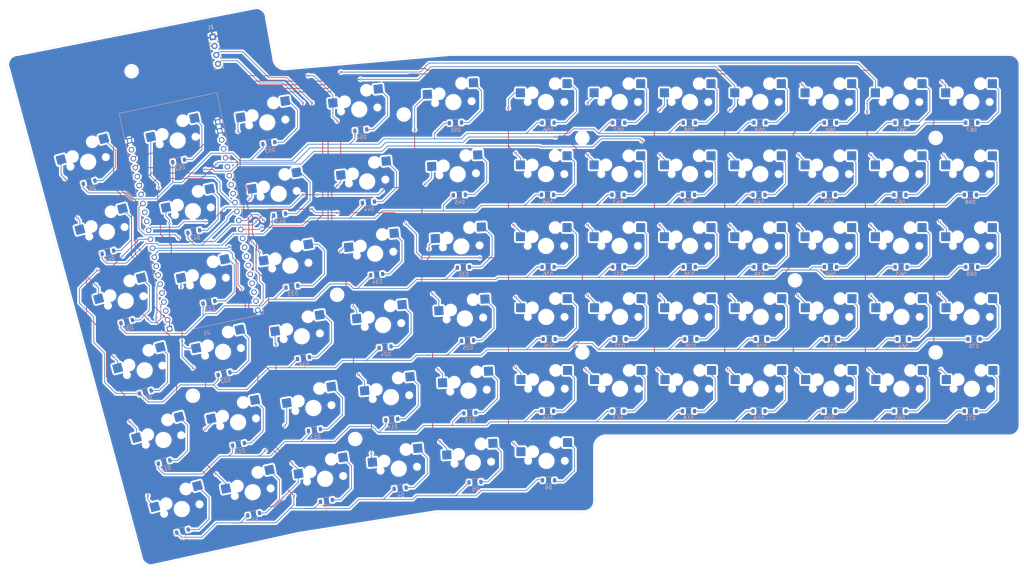
<source format=kicad_pcb>
(kicad_pcb (version 20241229) (generator "pcbnew") (generator_version "9.0")
  (title_block (title "THE_MULTIBOARD_RIGHT") (date "2025-07-30") (rev "1.0") (comment 1 "Author: Felix Wittwer"))
  (layers (0 "F.Cu" signal) (2 "B.Cu" signal) (13 "F.Paste" user) (15 "B.Paste" user) (5 "F.SilkS" user "F.Silkscreen") (7 "B.SilkS" user "B.Silkscreen") (1 "F.Mask" user) (3 "B.Mask" user) (25 "Edge.Cuts" user))
  (net 0 "")
  (net 1 "Net-(D1-A)")
  (net 2 "ROW1")
  (net 3 "Net-(D2-A)")
  (net 4 "COL1")
  (net 5 "COL2")
  (net 6 "Net-(D3-A)")
  (net 7 "Net-(D4-A)")
  (net 8 "Net-(D5-A)")
  (net 9 "Net-(D6-A)")
  (net 10 "Net-(D41-A)")
  (net 11 "Net-(D42-A)")
  (net 12 "Net-(D43-A)")
  (net 13 "Net-(D51-A)")
  (net 14 "Net-(D11-A)")
  (net 15 "ROW2")
  (net 16 "Net-(D12-A)")
  (net 17 "Net-(D13-A)")
  (net 18 "Net-(D14-A)")
  (net 19 "Net-(D15-A)")
  (net 20 "Net-(D16-A)")
  (net 21 "Net-(D17-A)")
  (net 22 "Net-(D18-A)")
  (net 23 "Net-(D19-A)")
  (net 24 "Net-(D20-A)")
  (net 25 "Net-(D21-A)")
  (net 26 "ROW3")
  (net 27 "Net-(D22-A)")
  (net 28 "Net-(D23-A)")
  (net 29 "Net-(D24-A)")
  (net 30 "Net-(D25-A)")
  (net 31 "Net-(D26-A)")
  (net 32 "Net-(D27-A)")
  (net 33 "Net-(D28-A)")
  (net 34 "Net-(D29-A)")
  (net 35 "Net-(D30-A)")
  (net 36 "Net-(D31-A)")
  (net 37 "ROW4")
  (net 38 "Net-(D32-A)")
  (net 39 "Net-(D33-A)")
  (net 40 "Net-(D34-A)")
  (net 41 "Net-(D35-A)")
  (net 42 "Net-(D36-A)")
  (net 43 "Net-(D37-A)")
  (net 44 "Net-(D38-A)")
  (net 45 "Net-(D39-A)")
  (net 46 "Net-(D40-A)")
  (net 47 "Net-(D44-A)")
  (net 48 "ROW5")
  (net 49 "Net-(D45-A)")
  (net 50 "Net-(D46-A)")
  (net 51 "Net-(D47-A)")
  (net 52 "Net-(D48-A)")
  (net 53 "Net-(D49-A)")
  (net 54 "Net-(D50-A)")
  (net 55 "Net-(D54-A)")
  (net 56 "ROW6")
  (net 57 "Net-(D55-A)")
  (net 58 "Net-(D56-A)")
  (net 59 "Net-(D57-A)")
  (net 60 "Net-(D58-A)")
  (net 61 "Net-(D59-A)")
  (net 62 "Net-(D60-A)")
  (net 63 "COL3")
  (net 64 "COL4")
  (net 65 "COL5")
  (net 66 "COL6")
  (net 67 "ROW7")
  (net 68 "ROW8")
  (net 69 "ROW9")
  (net 70 "ROW10")
  (net 71 "Net-(D52-A)")
  (net 74 "GND")
  (net 75 "Net-(D53-A)")
  (net 81 "Net-(D61-A)")
  (net 86 "Net-(D62-A)")
  (net 87 "Net-(D63-A)")
  (net 90 "Net-(D64-A)")
  (net 91 "Net-(D65-A)")
  (net 95 "Net-(D67-A)")
  (net 96 "Net-(D68-A)")
  (net 97 "Net-(D69-A)")
  (net 98 "Net-(D70-A)")
  (net 99 "Net-(D71-A)")
  (net 100 "ROW11")
  (net 101 "ROW12")
  (net 102 "+3V3")
  (net 103 "SDA")
  (net 104 "SCL")
  (footprint "Connector_PinSocket_2.54mm:PinSocket_1x04_P2.54mm_Vertical" (layer "F.Cu") (at 83.515345 38.506667 11)
    (property "Reference" "J1")
    (property "Value" "OLED")
  )
  (footprint "Diode_SMD:D_SOD-123" (layer "B.Cu") (at 70.018281 156.38203 15)
    (property "Reference" "D11")
    (property "Value" "D")
  )
  (footprint "Diode_SMD:D_SOD-123" (layer "B.Cu") (at 254.541818 82.2748)
    (property "Reference" "D50")
    (property "Value" "D")
  )
  (footprint "Diode_SMD:D_SOD-123" (layer "B.Cu") (at 124.570738 64.339382 6)
    (property "Reference" "D54")
    (property "Value" "D")
  )
  (footprint "Diode_SMD:D_SOD-123" (layer "B.Cu") (at 255.36 122.2748)
    (property "Reference" "D30")
    (property "Value" "D")
  )
  (footprint "MX:MX-Hotswap-1U" (layer "B.Cu") (at 69.831463 150.27203 -165)
    (property "Reference" "SW13")
    (property "Value" "SW_Push")
  )
  (footprint "Diode_SMD:D_SOD-123" (layer "B.Cu") (at 49.218281 78.78203 15)
    (property "Reference" "D51")
    (property "Value" "D")
  )
  (footprint "Diode_SMD:D_SOD-123" (layer "B.Cu") (at 176.36 142.2748)
    (property "Reference" "D16")
    (property "Value" "D")
  )
  (footprint "MX:MX-Hotswap-1U" (layer "B.Cu") (at 254.863636 96.45 180)
    (property "Reference" "SW42")
    (property "Value" "SW_Push")
  )
  (footprint "MX:MX-Hotswap-1U" (layer "B.Cu") (at 274.367273 76.53 180)
    (property "Reference" "SW64")
    (property "Value" "SW_Push")
  )
  (footprint "Diode_SMD:D_SOD-123" (layer "B.Cu") (at 156.219545 161.9668 3)
    (property "Reference" "D5")
    (property "Value" "D")
  )
  (footprint "MX:MX-Hotswap-1U" (layer "B.Cu") (at 235.474091 136.0648 180)
    (property "Reference" "SW21")
    (property "Value" "SW_Push")
  )
  (footprint "Diode_SMD:D_SOD-123" (layer "B.Cu") (at 215.450909 82.2748)
    (property "Reference" "D48")
    (property "Value" "D")
  )
  (footprint "Diode_SMD:D_SOD-123" (layer "B.Cu") (at 176.814545 122.2748)
    (property "Reference" "D26")
    (property "Value" "D")
  )
  (footprint "MX:MX-Hotswap-1U" (layer "B.Cu") (at 254.941363 116.1448 180)
    (property "Reference" "SW32")
    (property "Value" "SW_Push")
  )
  (footprint "Diode_SMD:D_SOD-123" (layer "B.Cu") (at 78.238447 92.466027 12)
    (property "Reference" "D42")
    (property "Value" "D")
  )
  (footprint "MX:MX-Hotswap-1U" (layer "B.Cu") (at 98.620553 62.206164 -171)
    (property "Reference" "SW55")
    (property "Value" "SW_Push")
  )
  (footprint "MX:MX-Hotswap-1U" (layer "B.Cu") (at 215.856364 56.53 180)
    (property "Reference" "SW60")
    (property "Value" "SW_Push")
  )
  (footprint "Diode_SMD:D_SOD-123" (layer "B.Cu") (at 94.838447 170.866027 12)
    (property "Reference" "D2")
    (property "Value" "D")
  )
  (footprint "MX:MX-Hotswap-1U" (layer "B.Cu") (at 154.432727 136.5748 -177)
    (property "Reference" "SW17")
    (property "Value" "SW_Push")
  )
  (footprint "MX:MX-Hotswap-1U" (layer "B.Cu") (at 254.863636 76.53 180)
    (property "Reference" "SW52")
    (property "Value" "SW_Push")
  )
  (footprint "MX:MX-Hotswap-1U" (layer "B.Cu") (at 153.432727 116.5748 -177)
    (property "Reference" "SW27")
    (property "Value" "SW_Push")
  )
  (footprint "Diode_SMD:D_SOD-123" (layer "B.Cu") (at 274.405454 102.2748)
    (property "Reference" "D63")
    (property "Value" "D")
  )
  (footprint "Diode_SMD:D_SOD-123" (layer "B.Cu") (at 105.454189 107.750964 9)
    (property "Reference" "D33")
    (property "Value" "D")
  )
  (footprint "MX:MX-Hotswap-1U" (layer "B.Cu") (at 108.194644 121.520964 -171)
    (property "Reference" "SW25")
    (property "Value" "SW_Push")
  )
  (footprint "Diode_SMD:D_SOD-123" (layer "B.Cu") (at 235.250909 102.2748)
    (property "Reference" "D39")
    (property "Value" "D")
  )
  (footprint "MX:MX-Hotswap-1U" (layer "B.Cu") (at 135.098646 158.244609 -174)
    (property "Reference" "SW6")
    (property "Value" "SW_Push")
  )
  (footprint "MX:MX-Hotswap-1U" (layer "B.Cu") (at 216.006819 136.0648 180)
    (property "Reference" "SW20")
    (property "Value" "SW_Push")
  )
  (footprint "MX:MX-Hotswap-1U" (layer "B.Cu") (at 130.736193 118.394582 -174)
    (property "Reference" "SW26")
    (property "Value" "SW_Push")
  )
  (footprint "MX:MX-Hotswap-1U" (layer "B.Cu") (at 196.352727 96.45 180)
    (property "Reference" "SW39")
    (property "Value" "SW_Push")
  )
  (footprint "MX:MX-Hotswap-1U" (layer "B.Cu") (at 176.065909 136.0648 180)
    (property "Reference" "SW18")
    (property "Value" "SW_Push")
  )
  (footprint "MX:MX-Hotswap-1U" (layer "B.Cu") (at 196.352727 76.53 180)
    (property "Reference" "SW49")
    (property "Value" "SW_Push")
  )
  (footprint "MX:MX-Hotswap-1U" (layer "B.Cu") (at 175.922727 76.53 180)
    (property "Reference" "SW48")
    (property "Value" "SW_Push")
  )
  (footprint "MX:MX-Hotswap-1U" (layer "B.Cu") (at 86.355265 125.836027 -168)
    (property "Reference" "SW24")
    (property "Value" "SW_Push")
  )
  (footprint "MX:MX-Hotswap-1U" (layer "B.Cu") (at 48.946463 73.13723 -165)
    (property "Reference" "SW53")
    (property "Value" "SW_Push")
  )
  (footprint "MX:MX-Hotswap-1U" (layer "B.Cu") (at 254.863636 56.53 180)
    (property "Reference" "SW62")
    (property "Value" "SW_Push")
  )
  (footprint "MX:MX-Hotswap-1U" (layer "B.Cu") (at 196.459545 116.1448 180)
    (property "Reference" "SW29")
    (property "Value" "SW_Push")
  )
  (footprint "Diode_SMD:D_SOD-123" (layer "B.Cu") (at 126.675284 84.339382 6)
    (property "Reference" "D44")
    (property "Value" "D")
  )
  (footprint "Diode_SMD:D_SOD-123" (layer "B.Cu") (at 215.673636 62.2748)
    (property "Reference" "D58")
    (property "Value" "D")
  )
  (footprint "Diode_SMD:D_SOD-123" (layer "B.Cu") (at 154.801363 142.7848 3)
    (property "Reference" "D15")
    (property "Value" "D")
  )
  (footprint "MX:MX-Hotswap-1U" (layer "B.Cu") (at 293.870909 96.45 180)
    (property "Reference" "SW71")
    (property "Value" "SW_Push")
  )
  (footprint "Diode_SMD:D_SOD-123" (layer "B.Cu") (at 293.982727 62.2748)
    (property "Reference" "D67")
    (property "Value" "D")
  )
  (footprint "MX:MX-Hotswap-1U" (layer "B.Cu") (at 151.432727 76.5748 -177)
    (property "Reference" "SW47")
    (property "Value" "SW_Push")
  )
  (footprint "Diode_SMD:D_SOD-123" (layer "B.Cu") (at 274.087272 142.2748)
    (property "Reference" "D65")
    (property "Value" "D")
  )
  (footprint "MX:MX-Hotswap-1U" (layer "B.Cu") (at 196.459545 136.0648 180)
    (property "Reference" "SW19")
    (property "Value" "SW_Push")
  )
  (footprint "Diode_SMD:D_SOD-123" (layer "B.Cu") (at 215.450909 142.2748)
    (property "Reference" "D18")
    (property "Value" "D")
  )
  (footprint "Diode_SMD:D_SOD-123" (layer "B.Cu") (at 131.292102 124.524582 6)
    (property "Reference" "D24")
    (property "Value" "D")
  )
  (footprint "MX:MX-Hotswap-1U" (layer "B.Cu") (at 215.856364 96.45 180)
    (property "Reference" "SW40")
    (property "Value" "SW_Push")
  )
  (footprint "Diode_SMD:D_SOD-123" (layer "B.Cu") (at 86.638447 131.866027 12)
    (property "Reference" "D22")
    (property "Value" "D")
  )
  (footprint "MX:MX-Hotswap-1U" (layer "B.Cu") (at 126.336193 78.594582 -174)
    (property "Reference" "SW46")
    (property "Value" "SW_Push")
  )
  (footprint "MX:MX-Hotswap-1U" (layer "B.Cu") (at 101.775098 82.006164 -171)
    (property "Reference" "SW45")
    (property "Value" "SW_Push")
  )
  (footprint "MX:MX-Hotswap-1U" (layer "B.Cu") (at 235.36 76.53 180)
    (property "Reference" "SW51")
    (property "Value" "SW_Push")
  )
  (footprint "Diode_SMD:D_SOD-123" (layer "B.Cu") (at 196.096363 62.2748)
    (property "Reference" "D57")
    (property "Value" "D")
  )
  (footprint "Diode_SMD:D_SOD-123" (layer "B.Cu") (at 176.632727 161.4568)
    (property "Reference" "D6")
    (property "Value" "D")
  )
  (footprint "MX:MX-Hotswap-1U" (layer "B.Cu") (at 54.146463 92.53723 -165)
    (property "Reference" "SW43")
    (property "Value" "SW_Push")
  )
  (footprint "Diode_SMD:D_SOD-123" (layer "B.Cu") (at 64.818281 136.98203 15)
    (property "Reference" "D21")
    (property "Value" "D")
  )
  (footprint "Diode_SMD:D_SOD-123" (layer "B.Cu") (at 176.519091 62.2748)
    (property "Reference" "D56")
    (property "Value" "D")
  )
  (footprint "MX:MX-Hotswap-1U" (layer "B.Cu") (at 235.474091 116.1448 180)
    (property "Reference" "SW31")
    (property "Value" "SW_Push")
  )
  (footprint "MX:MX-Hotswap-1U" (layer "B.Cu") (at 294.035909 136.0648 180)
    (property "Reference" "SW73")
    (property "Value" "SW_Push")
  )
  (footprint "MX:MX-Hotswap-1U" (layer "B.Cu") (at 176.065909 156.0648 180)
    (property "Reference" "SW8")
    (property "Value" "SW_Push")
  )
  (footprint "Diode_SMD:D_SOD-123" (layer "B.Cu") (at 254.541818 142.2748)
    (property "Reference" "D20")
    (property "Value" "D")
  )
  (footprint "Diode_SMD:D_SOD-123" (layer "B.Cu") (at 215.673636 102.2748)
    (property "Reference" "D38")
    (property "Value" "D")
  )
  (footprint "Diode_SMD:D_SOD-123" (layer "B.Cu") (at 151.900908 82.3196 3)
    (property "Reference" "D45")
    (property "Value" "D")
  )
  (footprint "Diode_SMD:D_SOD-123" (layer "B.Cu") (at 293.982727 102.2748)
    (property "Reference" "D69")
    (property "Value" "D")
  )
  (footprint "MX:MX-Hotswap-1U" (layer "B.Cu") (at 74.925488 169.4288 -165)
    (property "Reference" "SW3")
    (property "Value" "SW_Push")
  )
  (footprint "Diode_SMD:D_SOD-123" (layer "B.Cu") (at 235.250909 62.2748)
    (property "Reference" "D59")
    (property "Value" "D")
  )
  (footprint "Diode_SMD:D_SOD-123" (layer "B.Cu") (at 99.054189 67.950964 9)
    (property "Reference" "D53")
    (property "Value" "D")
  )
  (footprint "Diode_SMD:D_SOD-123" (layer "B.Cu") (at 59.630725 117.436132 15)
    (property "Reference" "D31")
    (property "Value" "D")
  )
  (footprint "MX:MX-Hotswap-1U" (layer "B.Cu") (at 90.526174 145.356027 -168)
    (property "Reference" "SW14")
    (property "Value" "SW_Push")
  )
  (footprint "Diode_SMD:D_SOD-123" (layer "B.Cu") (at 216.087272 122.2748)
    (property "Reference" "D28")
    (property "Value" "D")
  )
  (footprint "MX:MX-Hotswap-1U" (layer "B.Cu") (at 235.36 96.45 180)
    (property "Reference" "SW41")
    (property "Value" "SW_Push")
  )
  (footprint "MX:MX-Hotswap-1U" (layer "B.Cu") (at 274.488637 136.0648 180)
    (property "Reference" "SW67")
    (property "Value" "SW_Push")
  )
  (footprint "Diode_SMD:D_SOD-123" (layer "B.Cu") (at 74.038447 72.866027 12)
    (property "Reference" "D52")
    (property "Value" "D")
  )
  (footprint "Diode_SMD:D_SOD-123" (layer "B.Cu") (at 75.112306 175.5388 15)
    (property "Reference" "D1")
    (property "Value" "D")
  )
  (footprint "MX:MX-Hotswap-1U" (layer "B.Cu") (at 124.136193 58.594582 -174)
    (property "Reference" "SW56")
    (property "Value" "SW_Push")
  )
  (footprint "MX:MX-Hotswap-1U" (layer "B.Cu") (at 128.536193 98.594582 -174)
    (property "Reference" "SW36")
    (property "Value" "SW_Push")
  )
  (footprint "Diode_SMD:D_SOD-123" (layer "B.Cu") (at 274.087272 82.2748)
    (property "Reference" "D62")
    (property "Value" "D")
  )
  (footprint "MX:MX-Hotswap-1U" (layer "B.Cu") (at 293.955909 116.1448 180)
    (property "Reference" "SW72")
    (property "Value" "SW_Push")
  )
  (footprint "MX:MX-Hotswap-1U" (layer "B.Cu") (at 274.488637 116.1448 180)
    (property "Reference" "SW66")
    (property "Value" "SW_Push")
  )
  (footprint "Diode_SMD:D_SOD-123" (layer "B.Cu") (at 254.828182 102.2748)
    (property "Reference" "D40")
    (property "Value" "D")
  )
  (footprint "MX:MX-Hotswap-1U" (layer "B.Cu") (at 215.926819 116.1448 180)
    (property "Reference" "SW30")
    (property "Value" "SW_Push")
  )
  (footprint "Diode_SMD:D_SOD-123" (layer "B.Cu") (at 82.438447 112.066027 12)
    (property "Reference" "D32")
    (property "Value" "D")
  )
  (footprint "Diode_SMD:D_SOD-123" (layer "B.Cu") (at 128.970738 104.419382 6)
    (property "Reference" "D34")
    (property "Value" "D")
  )
  (footprint "Diode_SMD:D_SOD-123" (layer "B.Cu") (at 196.450909 122.2748)
    (property "Reference" "D27")
    (property "Value" "D")
  )
  (footprint "Diode_SMD:D_SOD-123" (layer "B.Cu") (at 111.697345 147.519471 9)
    (property "Reference" "D13")
    (property "Value" "D")
  )
  (footprint "Diode_SMD:D_SOD-123" (layer "B.Cu") (at 195.905454 82.2748)
    (property "Reference" "D47")
    (property "Value" "D")
  )
  (footprint "MX:MX-Hotswap-1U" (layer "B.Cu") (at 105.020553 101.926164 -171)
    (property "Reference" "SW35")
    (property "Value" "SW_Push")
  )
  (footprint "MX:MX-Hotswap-1U" (layer "B.Cu") (at 94.591629 164.756027 -168)
    (property "Reference" "SW4")
    (property "Value" "SW_Push")
  )
  (footprint "MX:MX-Hotswap-1U" (layer "B.Cu") (at 132.936193 138.394582 -174)
    (property "Reference" "SW16")
    (property "Value" "SW_Push")
  )
  (footprint "MX:MX-Hotswap-1U" (layer "B.Cu") (at 73.76572 67.221227 -168)
    (property "Reference" "SW54")
    (property "Value" "SW_Push")
  )
  (footprint "Diode_SMD:D_SOD-123" (layer "B.Cu") (at 234.996363 82.2748)
    (property "Reference" "D49")
    (property "Value" "D")
  )
  (footprint "MX:MX-Hotswap-1U" (layer "B.Cu") (at 114.667371 161.040964 -171)
    (property "Reference" "SW5")
    (property "Value" "SW_Push")
  )
  (footprint "Diode_SMD:D_SOD-123" (layer "B.Cu") (at 153.028181 102.3996 3)
    (property "Reference" "D35")
    (property "Value" "D")
  )
  (footprint "MX:MX-Hotswap-1U" (layer "B.Cu") (at 293.870909 56.53 180)
    (property "Reference" "SW69")
    (property "Value" "SW_Push")
  )
  (footprint "MX:MX-Hotswap-1U" (layer "B.Cu") (at 274.367273 56.53 180)
    (property "Reference" "SW63")
    (property "Value" "SW_Push")
  )
  (footprint "Diode_SMD:D_SOD-123" (layer "B.Cu") (at 254.828182 62.2748)
    (property "Reference" "D60")
    (property "Value" "D")
  )
  (footprint "Diode_SMD:D_SOD-123" (layer "B.Cu") (at 115.054189 167.150964 9)
    (property "Reference" "D3")
    (property "Value" "D")
  )
  (footprint "MX:MX-Hotswap-1U" (layer "B.Cu") (at 64.631463 130.95203 -165)
    (property "Reference" "SW23")
    (property "Value" "SW_Push")
  )
  (footprint "Diode_SMD:D_SOD-123" (layer "B.Cu") (at 176.519091 102.2748)
    (property "Reference" "D36")
    (property "Value" "D")
  )
  (footprint "Diode_SMD:D_SOD-123" (layer "B.Cu") (at 235.723636 122.2748)
    (property "Reference" "D29")
    (property "Value" "D")
  )
  (footprint "MX:MX-Hotswap-1U" (layer "B.Cu") (at 235.36 56.53 180)
    (property "Reference" "SW61")
    (property "Value" "SW_Push")
  )
  (footprint "MX:MX-Hotswap-1U" (layer "B.Cu") (at 77.997538 86.821227 -168)
    (property "Reference" "SW44")
    (property "Value" "SW_Push")
  )
  (footprint "Diode_SMD:D_SOD-123" (layer "B.Cu") (at 234.996363 142.2748)
    (property "Reference" "D19")
    (property "Value" "D")
  )
  (footprint "Diode_SMD:D_SOD-123" (layer "B.Cu") (at 274.405454 62.2748)
    (property "Reference" "D61")
    (property "Value" "D")
  )
  (footprint "Diode_SMD:D_SOD-123" (layer "B.Cu") (at 176.36 82.2748)
    (property "Reference" "D46")
    (property "Value" "D")
  )
  (footprint "MX:MX-Hotswap-1U" (layer "B.Cu") (at 59.358907 111.711332 -165)
    (property "Reference" "SW33")
    (property "Value" "SW_Push")
  )
  (footprint "MX:MX-Hotswap-1U" (layer "B.Cu") (at 155.632727 156.5748 -177)
    (property "Reference" "SW7")
    (property "Value" "SW_Push")
  )
  (footprint "MX:MX-Hotswap-1U" (layer "B.Cu") (at 175.985909 116.1448 180)
    (property "Reference" "SW28")
    (property "Value" "SW_Push")
  )
  (footprint "Diode_SMD:D_SOD-123" (layer "B.Cu") (at 274.996363 122.2748)
    (property "Reference" "D64")
    (property "Value" "D")
  )
  (footprint "Diode_SMD:D_SOD-123" (layer "B.Cu") (at 154.165 122.7048 3)
    (property "Reference" "D25")
    (property "Value" "D")
  )
  (footprint "Diode_SMD:D_SOD-123" (layer "B.Cu") (at 293.632727 82.2748)
    (property "Reference" "D68")
    (property "Value" "D")
  )
  (footprint "Diode_SMD:D_SOD-123" (layer "B.Cu") (at 293.632727 142.2748)
    (property "Reference" "D71")
    (property "Value" "D")
  )
  (footprint "MX:MX-Hotswap-1U" (layer "B.Cu") (at 196.352727 56.53 180)
    (property "Reference" "SW59")
    (property "Value" "SW_Push")
  )
  (footprint "ESPS3:XCVR_ESP32-S3-DEVKITC-1-N8R2" (layer "B.Cu") (at 76.482932 87.763889 12)
    (property "Reference" "U1")
    (property "Value" "ESP32-S3-DEVKITC-1-N8R2")
  )
  (footprint "MX:MX-Hotswap-1U" (layer "B.Cu") (at 293.870909 76.53 180)
    (property "Reference" "SW70")
    (property "Value" "SW_Push")
  )
  (footprint "Diode_SMD:D_SOD-123" (layer "B.Cu") (at 90.638447 151.466027 12)
    (property "Reference" "D12")
    (property "Value" "D")
  )
  (footprint "Diode_SMD:D_SOD-123" (layer "B.Cu") (at 102.054189 87.750964 9)
    (property "Reference" "D43")
    (property "Value" "D")
  )
  (footprint "MX:MX-Hotswap-1U" (layer "B.Cu") (at 274.367273 96.45 180)
    (property "Reference" "SW65")
    (property "Value" "SW_Push")
  )
  (footprint "Diode_SMD:D_SOD-123" (layer "B.Cu") (at 196.096363 102.2748)
    (property "Reference" "D37")
    (property "Value" "D")
  )
  (footprint "MX:MX-Hotswap-1U" (layer "B.Cu") (at 215.856364 76.53 180)
    (property "Reference" "SW50")
    (property "Value" "SW_Push")
  )
  (footprint "Diode_SMD:D_SOD-123" (layer "B.Cu") (at 133.139375 144.604582 6)
    (property "Reference" "D14")
    (property "Value" "D")
  )
  (footprint "MX:MX-Hotswap-1U" (layer "B.Cu") (at 175.922727 96.45 180)
    (property "Reference" "SW38")
    (property "Value" "SW_Push")
  )
  (footprint "Diode_SMD:D_SOD-123" (layer "B.Cu") (at 54.418281 98.18203 15)
    (property "Reference" "D41")
    (property "Value" "D")
  )
  (footprint "MX:MX-Hotswap-1U" (layer "B.Cu") (at 82.16572 106.341227 -168)
    (property "Reference" "SW34")
    (property "Value" "SW_Push")
  )
  (footprint "Diode_SMD:D_SOD-123" (layer "B.Cu") (at 150.828181 62.3196 3)
    (property "Reference" "D55")
    (property "Value" "D")
  )
  (footprint "Diode_SMD:D_SOD-123" (layer "B.Cu") (at 195.905454 142.2748)
    (property "Reference" "D17")
    (property "Value" "D")
  )
  (footprint "MX:MX-Hotswap-1U" (layer "B.Cu") (at 175.922727 56.53 180)
    (property "Reference" "SW58")
    (property "Value" "SW_Push")
  )
  (footprint "Diode_SMD:D_SOD-123" (layer "B.Cu") (at 108.654189 127.550964 9)
    (property "Reference" "D23")
    (property "Value" "D")
  )
  (footprint "MX:MX-Hotswap-1U" (layer "B.Cu") (at 111.419618 141.409471 -171)
    (property "Reference" "SW15")
    (property "Value" "SW_Push")
  )
  (footprint "MX:MX-Hotswap-1U" (layer "B.Cu") (at 150.232727 56.5748 -177)
    (property "Reference" "SW57")
    (property "Value" "SW_Push")
  )
  (footprint "MX:MX-Hotswap-1U" (layer "B.Cu") (at 255.021363 136.0648 180)
    (property "Reference" "SW22")
    (property "Value" "SW_Push")
  )
  (footprint "Diode_SMD:D_SOD-123" (layer "B.Cu") (at 294.632727 122.2748)
    (property "Reference" "D70")
    (property "Value" "D")
  )
  (footprint "MX:MX-Hotswap-1U" (layer "B.Cu") (at 152.432727 96.5748 -177)
    (property "Reference" "SW37")
    (property "Value" "SW_Push")
  )
  (footprint "Diode_SMD:D_SOD-123" (layer "B.Cu") (at 135.465464 163.636609 6)
    (property "Reference" "D4")
    (property "Value" "D")
  )
  (gr_circle (center 245 106) (end 246.5 106) (stroke (width 0.05)) (fill no) (layer "Edge.Cuts"))
  (gr_circle (center 61 48) (end 62.5 48) (stroke (width 0.05)) (fill no) (layer "Edge.Cuts"))
  (gr_circle (center 136.5 60) (end 138 60) (stroke (width 0.05)) (fill no) (layer "Edge.Cuts"))
  (gr_line (start 304.5 43.25) (end 149.5 43.25) (stroke (width 0.05)) (layer "Edge.Cuts"))
  (gr_line (start 95.5 30.25) (end 29.5 43.25) (stroke (width 0.05)) (layer "Edge.Cuts"))
  (gr_arc (start 66.5 185.25) (mid 64.499514 184.485632) (end 63.518431 182.582036) (stroke (width 0.05)) (layer "Edge.Cuts"))
  (gr_line (start 149.5 43.25) (end 103.5 47.25) (stroke (width 0.05)) (layer "Edge.Cuts"))
  (gr_circle (center 186 126) (end 187.5 126) (stroke (width 0.05)) (fill no) (layer "Edge.Cuts"))
  (gr_arc (start 189.5 152.25) (mid 190.37868 150.12868) (end 192.5 149.25) (stroke (width 0.05)) (layer "Edge.Cuts"))
  (gr_circle (center 284 126) (end 285.5 126) (stroke (width 0.05)) (fill no) (layer "Edge.Cuts"))
  (gr_circle (center 118 110) (end 119.5 110) (stroke (width 0.05)) (fill no) (layer "Edge.Cuts"))
  (gr_arc (start 307.5 146.25) (mid 306.62132 148.37132) (end 304.5 149.25) (stroke (width 0.05)) (layer "Edge.Cuts"))
  (gr_arc (start 103.5 47.25) (mid 101.37868 46.37132) (end 100.5 44.25) (stroke (width 0.05)) (layer "Edge.Cuts"))
  (gr_arc (start 26.5 46.25) (mid 27.37868 44.12868) (end 29.5 43.25) (stroke (width 0.05)) (layer "Edge.Cuts"))
  (gr_arc (start 95.5 30.25) (mid 97.62132 31.12868) (end 98.5 33.25) (stroke (width 0.05)) (layer "Edge.Cuts"))
  (gr_arc (start 189.5 167.25) (mid 188.62132 169.37132) (end 186.5 170.25) (stroke (width 0.05)) (layer "Edge.Cuts"))
  (gr_line (start 307.5 146.25) (end 307.5 46.25) (stroke (width 0.05)) (layer "Edge.Cuts"))
  (gr_line (start 189.5 167.25) (end 189.5 152.25) (stroke (width 0.05)) (layer "Edge.Cuts"))
  (gr_line (start 26.5 46.25) (end 63.518431 182.582033) (stroke (width 0.05)) (layer "Edge.Cuts"))
  (gr_line (start 192.5 149.25) (end 304.5 149.25) (stroke (width 0.05)) (layer "Edge.Cuts"))
  (gr_line (start 145.5 170.25) (end 186.5 170.25) (stroke (width 0.05)) (layer "Edge.Cuts"))
  (gr_line (start 107.5 176.25) (end 145.5 170.25) (stroke (width 0.05)) (layer "Edge.Cuts"))
  (gr_circle (center 78 138) (end 79.5 138) (stroke (width 0.05)) (fill no) (layer "Edge.Cuts"))
  (gr_line (start 100.5 44.25) (end 98.5 33.25) (stroke (width 0.05)) (layer "Edge.Cuts"))
  (gr_circle (center 284 66.5) (end 285.5 66.5) (stroke (width 0.05)) (fill no) (layer "Edge.Cuts"))
  (gr_circle (center 123 150) (end 124.5 150) (stroke (width 0.05)) (fill no) (layer "Edge.Cuts"))
  (gr_circle (center 186 66.5) (end 187.5 66.5) (stroke (width 0.05)) (fill no) (layer "Edge.Cuts"))
  (gr_line (start 66.5 185.25) (end 107.5 176.25) (stroke (width 0.05)) (layer "Edge.Cuts"))
  (gr_arc (start 304.5 43.25) (mid 306.62132 44.12868) (end 307.5 46.25) (stroke (width 0.05)) (layer "Edge.Cuts"))
  (segment (start 79.638252 175.111748) (end 76.706084 175.111748) (width 0.2) (layer "B.Cu") (net 1))
  (segment (start 82.5 172.25) (end 79.638252 175.111748) (width 0.2) (layer "B.Cu") (net 1))
  (segment (start 82.5 166.25625) (end 82.5 172.25) (width 0.2) (layer "B.Cu") (net 1))
  (segment (start 79.253626 163.009876) (end 82.5 166.25625) (width 0.2) (layer "B.Cu") (net 1))
  (segment (start 57 114.75) (end 62.5 114.75) (width 0.2) (layer "F.Cu") (net 2))
  (segment (start 59 143.75) (end 59 139.25) (width 0.2) (layer "F.Cu") (net 2))
  (segment (start 48.5 115.75) (end 48.5 104.25) (width 0.2) (layer "F.Cu") (net 2))
  (segment (start 54 121.25) (end 49 116.25) (width 0.2) (layer "F.Cu") (net 2))
  (segment (start 54 125.25) (end 54 124.25) (width 0.2) (layer "F.Cu") (net 2))
  (segment (start 54 124.25) (end 54 122.75) (width 0.2) (layer "F.Cu") (net 2))
  (segment (start 59 152.25) (end 59 143.75) (width 0.2) (layer "F.Cu") (net 2))
  (segment (start 65.5 165.75) (end 65.5 158.75) (width 0.2) (layer "F.Cu") (net 2))
  (segment (start 61.5 154.75) (end 59 152.25) (width 0.2) (layer "F.Cu") (net 2))
  (segment (start 43.5 87.75) (end 43.5 85.75) (width 0.2) (layer "F.Cu") (net 2))
  (segment (start 59 137.75) (end 55 133.75) (width 0.2) (layer "F.Cu") (net 2))
  (segment (start 60.5 145.25) (end 59 143.75) (width 0.2) (layer "F.Cu") (net 2))
  (segment (start 43.5 94.25) (end 43.5 87.75) (width 0.2) (layer "F.Cu") (net 2))
  (segment (start 43.5 86.25) (end 43.5 85.75) (width 0.2) (layer "F.Cu") (net 2))
  (segment (start 54 122.75) (end 54 121.25) (width 0.2) (layer "F.Cu") (net 2))
  (segment (start 62.5 114.75) (end 63.5 114.75) (width 0.2) (layer "F.Cu") (net 2))
  (segment (start 46 88.75) (end 43.5 86.25) (width 0.2) (layer "F.Cu") (net 2))
  (segment (start 51 107.25) (end 48.5 104.75) (width 0.2) (layer "F.Cu") (net 2))
  (segment (start 54 117.75) (end 56.5 115.25) (width 0.2) (layer "F.Cu") (net 2))
  (segment (start 55 133.75) (end 54 132.75) (width 0.2) (layer "F.Cu") (net 2))
  (segment (start 63.5 114.75) (end 65.5 116.75) (width 0.2) (layer "F.Cu") (net 2))
  (segment (start 65.5 158.75) (end 61.5 154.75) (width 0.2) (layer "F.Cu") (net 2))
  (segment (start 43.5 78.75) (end 42.5 77.75) (width 0.2) (layer "F.Cu") (net 2))
  (segment (start 48.5 104.75) (end 48.5 104.25) (width 0.2) (layer "F.Cu") (net 2))
  (segment (start 56 127.25) (end 54 125.25) (width 0.2) (layer "F.Cu") (net 2))
  (segment (start 54 132.75) (end 54 124.25) (width 0.2) (layer "F.Cu") (net 2))
  (segment (start 54 121.25) (end 54 117.75) (width 0.2) (layer "F.Cu") (net 2))
  (segment (start 49 116.25) (end 48.5 115.75) (width 0.2) (layer "F.Cu") (net 2))
  (segment (start 48.5 99.25) (end 43.5 94.25) (width 0.2) (layer "F.Cu") (net 2))
  (segment (start 43.5 85.75) (end 43.5 78.75) (width 0.2) (layer "F.Cu") (net 2))
  (segment (start 48.5 104.25) (end 48.5 99.25) (width 0.2) (layer "F.Cu") (net 2))
  (segment (start 59 139.25) (end 59 137.75) (width 0.2) (layer "F.Cu") (net 2))
  (segment (start 56.5 115.25) (end 57 114.75) (width 0.2) (layer "F.Cu") (net 2))
  (via (at 65.5 165.75) (size 0.6) (drill 0.3) (layers "F.Cu" "B.Cu") (net 2))
  (via (at 56 127.25) (size 0.6) (drill 0.3) (layers "F.Cu" "B.Cu") (net 2))
  (via (at 60.5 145.25) (size 0.6) (drill 0.3) (layers "F.Cu" "B.Cu") (net 2))
  (via (at 42.5 77.75) (size 0.6) (drill 0.3) (layers "F.Cu" "B.Cu") (net 2))
  (via (at 65.5 116.75) (size 0.6) (drill 0.3) (layers "F.Cu" "B.Cu") (net 2))
  (via (at 51 107.25) (size 0.6) (drill 0.3) (layers "F.Cu" "B.Cu") (net 2))
  (via (at 46 88.75) (size 0.6) (drill 0.3) (layers "F.Cu" "B.Cu") (net 2))
  (segment (start 46.645478 91.917511) (end 46.645478 89.395478) (width 0.2) (layer "B.Cu") (net 2))
  (segment (start 46.645478 89.395478) (end 46 88.75) (width 0.2) (layer "B.Cu") (net 2))
  (segment (start 69.949531 112.001918) (end 69.101 112.850449) (width 0.2) (layer "B.Cu") (net 2))
  (segment (start 41.445478 72.517511) (end 41.445478 76.695478) (width 0.2) (layer "B.Cu") (net 2))
  (segment (start 62.330478 149.652311) (end 62.330478 147.25) (width 0.2) (layer "B.Cu") (net 2))
  (segment (start 41.445478 76.695478) (end 42.5 77.75) (width 0.2) (layer "B.Cu") (net 2))
  (segment (start 62.330478 147.080478) (end 62.330478 147.25) (width 0.2) (layer "B.Cu") (net 2))
  (segment (start 51.857922 111.091613) (end 51.857922 108.107922) (width 0.2) (layer "B.Cu") (net 2))
  (segment (start 68 117.75) (end 69.101 116.649) (width 0.2) (layer "B.Cu") (net 2))
  (segment (start 67.424503 168.809081) (end 65.5 166.884578) (width 0.2) (layer "B.Cu") (net 2))
  (segment (start 51.857922 108.107922) (end 51 107.25) (width 0.2) (layer "B.Cu") (net 2))
  (segment (start 57.130478 130.332311) (end 57.130478 128.380478) (width 0.2) (layer "B.Cu") (net 2))
  (segment (start 65.5 116.75) (end 66.5 117.75) (width 0.2) (layer "B.Cu") (net 2))
  (segment (start 65.5 166.884578) (end 65.5 165.75) (width 0.2) (layer "B.Cu") (net 2))
  (segment (start 60.5 145.25) (end 62.330478 147.080478) (width 0.2) (layer "B.Cu") (net 2))
  (segment (start 66.5 117.75) (end 68 117.75) (width 0.2) (layer "B.Cu") (net 2))
  (segment (start 57.130478 128.380478) (end 56 127.25) (width 0.2) (layer "B.Cu") (net 2))
  (segment (start 69.101 116.649) (end 69.101 112.850449) (width 0.2) (layer "B.Cu") (net 2))
  (segment (start 99.249776 158.572417) (end 102 161.322641) (width 0.2) (layer "B.Cu") (net 3))
  (segment (start 98.227028 170.522972) (end 96.452391 170.522972) (width 0.2) (layer "B.Cu") (net 3))
  (segment (start 102 166.75) (end 98.227028 170.522972) (width 0.2) (layer "B.Cu") (net 3))
  (segment (start 102 161.322641) (end 102 166.75) (width 0.2) (layer "B.Cu") (net 3))
  (segment (start 91.5 108.25) (end 91.5 109.25) (width 0.2) (layer "F.Cu") (net 4))
  (segment (start 103 155.75) (end 103 162.75) (width 0.2) (layer "F.Cu") (net 4))
  (segment (start 91.5 109.25) (end 93.5 111.25) (width 0.2) (layer "F.Cu") (net 4))
  (segment (start 93.5 115.75) (end 97.5 119.75) (width 0.2) (layer "F.Cu") (net 4))
  (segment (start 97.5 129.25) (end 100 131.75) (width 0.2) (layer "F.Cu") (net 4))
  (segment (start 100 131.75) (end 100 152.75) (width 0.2) (layer "F.Cu") (net 4))
  (segment (start 97.5 119.75) (end 97.5 129.25) (width 0.2) (layer "F.Cu") (net 4))
  (segment (start 93.5 111.25) (end 93.5 115.75) (width 0.2) (layer "F.Cu") (net 4))
  (segment (start 100 152.75) (end 103 155.75) (width 0.2) (layer "F.Cu") (net 4))
  (segment (start 103 162.75) (end 106 165.75) (width 0.2) (layer "F.Cu") (net 4))
  (via (at 106 165.75) (size 0.6) (drill 0.3) (layers "F.Cu" "B.Cu") (net 4))
  (via (at 91.5 108.25) (size 0.6) (drill 0.3) (layers "F.Cu" "B.Cu") (net 4))
  (segment (start 74.802676 177.25) (end 73.518528 175.965852) (width 0.2) (layer "B.Cu") (net 4))
  (segment (start 106 168.25) (end 106 165.75) (width 0.2) (layer "B.Cu") (net 4))
  (segment (start 140 165.75) (end 139 166.75) (width 0.2) (layer "B.Cu") (net 4))
  (segment (start 67.309053 98.940947) (end 67.309053 99.579444) (width 0.2) (layer "B.Cu") (net 4))
  (segment (start 89 98.75) (end 88 97.75) (width 0.2) (layer "B.Cu") (net 4))
  (segment (start 173.4752 161.2748) (end 170.5 164.25) (width 0.2) (layer "B.Cu") (net 4))
  (segment (start 91.5 108.25) (end 90.5 107.25) (width 0.2) (layer "B.Cu") (net 4))
  (segment (start 105 169.25) (end 101 173.25) (width 0.2) (layer "B.Cu") (net 4))
  (segment (start 130.883584 166.75) (end 130 166.75) (width 0.2) (layer "B.Cu") (net 4))
  (segment (start 68.5 97.75) (end 67.309053 98.940947) (width 0.2) (layer "B.Cu") (net 4))
  (segment (start 124 166.75) (end 121.5 169.25) (width 0.2) (layer "B.Cu") (net 4))
  (segment (start 109 169.25) (end 105 169.25) (width 0.2) (layer "B.Cu") (net 4))
  (segment (start 158 164.25) (end 156.5 165.75) (width 0.2) (layer "B.Cu") (net 4))
  (segment (start 133.824503 163.809081) (end 130.883584 166.75) (width 0.2) (layer "B.Cu") (net 4))
  (segment (start 101 173.25) (end 89 173.25) (width 0.2) (layer "B.Cu") (net 4))
  (segment (start 113.424503 167.409081) (end 111.583584 169.25) (width 0.2) (layer "B.Cu") (net 4))
  (segment (start 121.5 169.25) (end 109 169.25) (width 0.2) (layer "B.Cu") (net 4))
  (segment (start 84.5 173.25) (end 80.5 177.25) (width 0.2) (layer "B.Cu") (net 4))
  (segment (start 90.5 107.25) (end 90.5 101.25) (width 0.2) (layer "B.Cu") (net 4))
  (segment (start 156.5 165.75) (end 149.5 165.75) (width 0.2) (layer "B.Cu") (net 4))
  (segment (start 90.5 101.25) (end 89 99.75) (width 0.2) (layer "B.Cu") (net 4))
  (segment (start 174.869091 161.2748) (end 173.4752 161.2748) (width 0.2) (layer "B.Cu") (net 4))
  (segment (start 105 169.25) (end 106 168.25) (width 0.2) (layer "B.Cu") (net 4))
  (segment (start 150.87496 165.75) (end 149.5 165.75) (width 0.2) (layer "B.Cu") (net 4))
  (segment (start 111.583584 169.25) (end 109 169.25) (width 0.2) (layer "B.Cu") (net 4))
  (segment (start 91.183585 173.25) (end 89 173.25) (width 0.2) (layer "B.Cu") (net 4))
  (segment (start 130 166.75) (end 124 166.75) (width 0.2) (layer "B.Cu") (net 4))
  (segment (start 93.224503 171.209082) (end 91.183585 173.25) (width 0.2) (layer "B.Cu") (net 4))
  (segment (start 170.5 164.25) (end 158 164.25) (width 0.2) (layer "B.Cu") (net 4))
  (segment (start 89 99.75) (end 89 98.75) (width 0.2) (layer "B.Cu") (net 4))
  (segment (start 88 97.75) (end 68.5 97.75) (width 0.2) (layer "B.Cu") (net 4))
  (segment (start 80.5 177.25) (end 74.802676 177.25) (width 0.2) (layer "B.Cu") (net 4))
  (segment (start 89 173.25) (end 84.5 173.25) (width 0.2) (layer "B.Cu") (net 4))
  (segment (start 139 166.75) (end 130 166.75) (width 0.2) (layer "B.Cu") (net 4))
  (segment (start 154.571806 162.053154) (end 150.87496 165.75) (width 0.2) (layer "B.Cu") (net 4))
  (segment (start 149.5 165.75) (end 140 165.75) (width 0.2) (layer "B.Cu") (net 4))
  (segment (start 96 134.75) (end 99 137.75) (width 0.2) (layer "F.Cu") (net 5))
  (segment (start 92.5 112.25) (end 92.5 116.75) (width 0.2) (layer "F.Cu") (net 5))
  (segment (start 96 120.25) (end 96 134.75) (width 0.2) (layer "F.Cu") (net 5))
  (segment (start 89 96.75) (end 90 97.75) (width 0.2) (layer "F.Cu") (net 5))
  (segment (start 99 152.25) (end 98 153.25) (width 0.2) (layer "F.Cu") (net 5))
  (segment (start 92.5 116.75) (end 96 120.25) (width 0.2) (layer "F.Cu") (net 5))
  (segment (start 90 97.75) (end 90 109.75) (width 0.2) (layer "F.Cu") (net 5))
  (segment (start 90 109.75) (end 92.5 112.25) (width 0.2) (layer "F.Cu") (net 5))
  (segment (start 88 96.75) (end 89 96.75) (width 0.2) (layer "F.Cu") (net 5))
  (segment (start 99 137.75) (end 99 152.25) (width 0.2) (layer "F.Cu") (net 5))
  (via (at 98 153.25) (size 0.6) (drill 0.3) (layers "F.Cu" "B.Cu") (net 5))
  (via (at 88 96.75) (size 0.6) (drill 0.3) (layers "F.Cu" "B.Cu") (net 5))
  (segment (start 68.424503 158.174503) (end 68.424503 156.809082) (width 0.2) (layer "B.Cu") (net 5))
  (segment (start 193.946363 142.2748) (end 192.9752 142.2748) (width 0.2) (layer "B.Cu") (net 5))
  (segment (start 170 145.25) (end 160.5 145.25) (width 0.2) (layer "B.Cu") (net 5))
  (segment (start 121.5 146.5) (end 117.25 150.75) (width 0.2) (layer "B.Cu") (net 5))
  (segment (start 88 154.75) (end 85.5 154.75) (width 0.2) (layer "B.Cu") (net 5))
  (segment (start 212.4752 142.2748) (end 209.5 145.25) (width 0.2) (layer "B.Cu") (net 5))
  (segment (start 150 145.25) (end 150 146.25) (width 0.2) (layer "B.Cu") (net 5))
  (segment (start 213.523636 142.2748) (end 212.4752 142.2748) (width 0.2) (layer "B.Cu") (net 5))
  (segment (start 129.5 148.25) (end 127.75 146.5) (width 0.2) (layer "B.Cu") (net 5))
  (segment (start 117.25 150.75) (end 108 150.75) (width 0.2) (layer "B.Cu") (net 5))
  (segment (start 103.5 150.75) (end 99.5 154.75) (width 0.2) (layer "B.Cu") (net 5))
  (segment (start 269.9752 142.2748) (end 267 145.25) (width 0.2) (layer "B.Cu") (net 5))
  (segment (start 228.5 145.25) (end 209.5 145.25) (width 0.2) (layer "B.Cu") (net 5))
  (segment (start 98 153.25) (end 96.5 154.75) (width 0.2) (layer "B.Cu") (net 5))
  (segment (start 88 96.75) (end 87.655051 97.094949) (width 0.2) (layer "B.Cu") (net 5))
  (segment (start 99.5 154.75) (end 96 154.75) (width 0.2) (layer "B.Cu") (net 5))
  (segment (start 263 145.25) (end 248.5 145.25) (width 0.2) (layer "B.Cu") (net 5))
  (segment (start 131.498414 144.777054) (end 131.498414 146.251586) (width 0.2) (layer "B.Cu") (net 5))
  (segment (start 110.067659 147.777588) (end 110.067659 148.682341) (width 0.2) (layer "B.Cu") (net 5))
  (segment (start 142 146.25) (end 140 148.25) (width 0.2) (layer "B.Cu") (net 5))
  (segment (start 192.9752 142.2748) (end 190 145.25) (width 0.2) (layer "B.Cu") (net 5))
  (segment (start 289.9752 142.2748) (end 287 145.25) (width 0.2) (layer "B.Cu") (net 5))
  (segment (start 87.655051 97.094949) (end 66.780957 97.094949) (width 0.2) (layer "B.Cu") (net 5))
  (segment (start 153.153624 142.871154) (end 152.378846 142.871154) (width 0.2) (layer "B.Cu") (net 5))
  (segment (start 272.255454 142.2748) (end 269.9752 142.2748) (width 0.2) (layer "B.Cu") (net 5))
  (segment (start 233.100909 142.2748) (end 231.4752 142.2748) (width 0.2) (layer "B.Cu") (net 5))
  (segment (start 251.4752 142.2748) (end 248.5 145.25) (width 0.2) (layer "B.Cu") (net 5))
  (segment (start 248.5 145.25) (end 228.5 145.25) (width 0.2) (layer "B.Cu") (net 5))
  (segment (start 267 145.25) (end 263 145.25) (width 0.2) (layer "B.Cu") (net 5))
  (segment (start 209.5 145.25) (end 190 145.25) (width 0.2) (layer "B.Cu") (net 5))
  (segment (start 80.5 159.75) (end 70 159.75) (width 0.2) (layer "B.Cu") (net 5))
  (segment (start 231.4752 142.2748) (end 228.5 145.25) (width 0.2) (layer "B.Cu") (net 5))
  (segment (start 140 148.25) (end 129.5 148.25) (width 0.2) (layer "B.Cu") (net 5))
  (segment (start 131.498414 146.251586) (end 129.5 148.25) (width 0.2) (layer "B.Cu") (net 5))
  (segment (start 252.678182 142.2748) (end 251.4752 142.2748) (width 0.2) (layer "B.Cu") (net 5))
  (segment (start 287 145.25) (end 267 145.25) (width 0.2) (layer "B.Cu") (net 5))
  (segment (start 127.75 146.5) (end 121.5 146.5) (width 0.2) (layer "B.Cu") (net 5))
  (segment (start 160.5 145.25) (end 159.5 146.25) (width 0.2) (layer "B.Cu") (net 5))
  (segment (start 108 150.75) (end 103.5 150.75) (width 0.2) (layer "B.Cu") (net 5))
  (segment (start 70 159.75) (end 68.424503 158.174503) (width 0.2) (layer "B.Cu") (net 5))
  (segment (start 89.024503 151.809082) (end 89.024503 153.725497) (width 0.2) (layer "B.Cu") (net 5))
  (segment (start 152.378846 142.871154) (end 150 145.25) (width 0.2) (layer "B.Cu") (net 5))
  (segment (start 190 145.25) (end 170 145.25) (width 0.2) (layer "B.Cu") (net 5))
  (segment (start 172.9752 142.2748) (end 170 145.25) (width 0.2) (layer "B.Cu") (net 5))
  (segment (start 291.832727 142.2748) (end 289.9752 142.2748) (width 0.2) (layer "B.Cu") (net 5))
  (segment (start 174.369091 142.2748) (end 172.9752 142.2748) (width 0.2) (layer "B.Cu") (net 5))
  (segment (start 85.5 154.75) (end 80.5 159.75) (width 0.2) (layer "B.Cu") (net 5))
  (segment (start 110.067659 148.682341) (end 108 150.75) (width 0.2) (layer "B.Cu") (net 5))
  (segment (start 96 154.75) (end 88 154.75) (width 0.2) (layer "B.Cu") (net 5))
  (segment (start 159.5 146.25) (end 150 146.25) (width 0.2) (layer "B.Cu") (net 5))
  (segment (start 89.024503 153.725497) (end 88 154.75) (width 0.2) (layer "B.Cu") (net 5))
  (segment (start 150 146.25) (end 142 146.25) (width 0.2) (layer "B.Cu") (net 5))
  (segment (start 96.5 154.75) (end 96 154.75) (width 0.2) (layer "B.Cu") (net 5))
  (segment (start 119.642759 155.109617) (end 122 157.466858) (width 0.2) (layer "B.Cu") (net 6))
  (segment (start 118.857153 166.892847) (end 116.683875 166.892847) (width 0.2) (layer "B.Cu") (net 6))
  (segment (start 122 157.466858) (end 122 163.75) (width 0.2) (layer "B.Cu") (net 6))
  (segment (start 122 163.75) (end 118.857153 166.892847) (width 0.2) (layer "B.Cu") (net 6))
  (segment (start 140.377638 152.581782) (end 143 155.204144) (width 0.2) (layer "B.Cu") (net 7))
  (segment (start 143 159.75) (end 139.285863 163.464137) (width 0.2) (layer "B.Cu") (net 7))
  (segment (start 139.285863 163.464137) (end 137.106425 163.464137) (width 0.2) (layer "B.Cu") (net 7))
  (segment (start 143 155.204144) (end 143 159.75) (width 0.2) (layer "B.Cu") (net 7))
  (segment (start 163.5 153.495161) (end 163.5 158.25) (width 0.2) (layer "B.Cu") (net 8))
  (segment (start 159.869554 161.880446) (end 157.867284 161.880446) (width 0.2) (layer "B.Cu") (net 8))
  (segment (start 161.200854 151.196015) (end 163.5 153.495161) (width 0.2) (layer "B.Cu") (net 8))
  (segment (start 163.5 158.25) (end 159.869554 161.880446) (width 0.2) (layer "B.Cu") (net 8))
  (segment (start 180.842473 161.75) (end 178 161.75) (width 0.2) (layer "B.Cu") (net 9))
  (segment (start 183.867273 152.712291) (end 183.867273 158.7252) (width 0.2) (layer "B.Cu") (net 9))
  (segment (start 183.867273 158.7252) (end 180.842473 161.75) (width 0.2) (layer "B.Cu") (net 9))
  (segment (start 182.080182 150.9252) (end 183.867273 152.712291) (width 0.2) (layer "B.Cu") (net 9))
  (segment (start 58.474601 86.118306) (end 61 88.643705) (width 0.2) (layer "B.Cu") (net 10))
  (segment (start 57.995022 97.754978) (end 56.012059 97.754978) (width 0.2) (layer "B.Cu") (net 10))
  (segment (start 61 88.643705) (end 61 94.75) (width 0.2) (layer "B.Cu") (net 10))
  (segment (start 61 94.75) (end 57.995022 97.754978) (width 0.2) (layer "B.Cu") (net 10))
  (segment (start 82.05797 92.122972) (end 79.852391 92.122972) (width 0.2) (layer "B.Cu") (net 11))
  (segment (start 85 89.180942) (end 82.05797 92.122972) (width 0.2) (layer "B.Cu") (net 11))
  (segment (start 85 82.981932) (end 85 89.180942) (width 0.2) (layer "B.Cu") (net 11))
  (segment (start 82.655685 80.637617) (end 85 82.981932) (width 0.2) (layer "B.Cu") (net 11))
  (segment (start 106.757153 87.492847) (end 103.683875 87.492847) (width 0.2) (layer "B.Cu") (net 12))
  (segment (start 110.5 78.75) (end 110.5 83.75) (width 0.2) (layer "B.Cu") (net 12))
  (segment (start 107.824817 76.074817) (end 110.5 78.75) (width 0.2) (layer "B.Cu") (net 12))
  (segment (start 106.750486 76.074817) (end 107.824817 76.074817) (width 0.2) (layer "B.Cu") (net 12))
  (segment (start 110.5 83.75) (end 106.757153 87.492847) (width 0.2) (layer "B.Cu") (net 12))
  (segment (start 56.5 69.943705) (end 56.5 74.75) (width 0.2) (layer "B.Cu") (net 13))
  (segment (start 52.895022 78.354978) (end 50.812059 78.354978) (width 0.2) (layer "B.Cu") (net 13))
  (segment (start 53.274601 66.718306) (end 56.5 69.943705) (width 0.2) (layer "B.Cu") (net 13))
  (segment (start 56.5 74.75) (end 52.895022 78.354978) (width 0.2) (layer "B.Cu") (net 13))
  (segment (start 73.795022 155.954978) (end 71.612059 155.954978) (width 0.2) (layer "B.Cu") (net 14))
  (segment (start 76.5 146.193505) (end 76.5 153.25) (width 0.2) (layer "B.Cu") (net 14))
  (segment (start 74.159601 143.853106) (end 76.5 146.193505) (width 0.2) (layer "B.Cu") (net 14))
  (segment (start 76.5 153.25) (end 73.795022 155.954978) (width 0.2) (layer "B.Cu") (net 14))
  (segment (start 78 130.25) (end 81.5 133.75) (width 0.2) (layer "F.Cu") (net 15))
  (segment (start 79.5 149.25) (end 79.5 149.75) (width 0.2) (layer "F.Cu") (net 15))
  (segment (start 68.25 82) (end 68.25 88.5) (width 0.2) (layer "F.Cu") (net 15))
  (segment (start 68.5 80.25) (end 68.5 81.75) (width 0.2) (layer "F.Cu") (net 15))
  (segment (start 68.25 88.5) (end 69 89.25) (width 0.2) (layer "F.Cu") (net 15))
  (segment (start 69 89.25) (end 69 93.25) (width 0.2) (layer "F.Cu") (net 15))
  (segment (start 71.5 93.75) (end 72 94.25) (width 0.2) (layer "F.Cu") (net 15))
  (segment (start 84.5 159.75) (end 79.5 154.75) (width 0.2) (layer "F.Cu") (net 15))
  (segment (start 75 115.75) (end 75 122.75) (width 0.2) (layer "F.Cu") (net 15))
  (segment (start 74 112.25) (end 74 114.75) (width 0.2) (layer "F.Cu") (net 15))
  (segment (start 72 107.034673) (end 69.51725 109.517423) (width 0.2) (layer "F.Cu") (net 15))
  (segment (start 72 96.25) (end 72 106.75) (width 0.2) (layer "F.Cu") (net 15))
  (segment (start 74 114.75) (end 75 115.75) (width 0.2) (layer "F.Cu") (net 15))
  (segment (start 74.707449 110.042551) (end 74 110.75) (width 0.2) (layer "F.Cu") (net 15))
  (segment (start 72 106.75) (end 72 107.034673) (width 0.2) (layer "F.Cu") (net 15))
  (segment (start 69 93.25) (end 72 96.25) (width 0.2) (layer "F.Cu") (net 15))
  (segment (start 68.5 81.75) (end 68.25 82) (width 0.2) (layer "F.Cu") (net 15))
  (segment (start 69.51725 109.517423) (end 69.421435 109.517423) (width 0.2) (layer "F.Cu") (net 15))
  (segment (start 79.5 144.5) (end 79.5 149.75) (width 0.2) (layer "F.Cu") (net 15))
  (segment (start 81.5 133.75) (end 81.5 142.5) (width 0.2) (layer "F.Cu") (net 15))
  (segment (start 72 94.25) (end 72 96.25) (width 0.2) (layer "F.Cu") (net 15))
  (segment (start 71.5 90.25) (end 71.5 93.75) (width 0.2) (layer "F.Cu") (net 15))
  (segment (start 79.5 154.75) (end 79.5 149.75) (width 0.2) (layer "F.Cu") (net 15))
  (segment (start 81.5 142.5) (end 79.5 144.5) (width 0.2) (layer "F.Cu") (net 15))
  (segment (start 74 108.75) (end 74 112.25) (width 0.2) (layer "F.Cu") (net 15))
  (segment (start 81.5 147.25) (end 79.5 149.25) (width 0.2) (layer "F.Cu") (net 15))
  (segment (start 72 106.75) (end 74 108.75) (width 0.2) (layer "F.Cu") (net 15))
  (segment (start 74.707449 107.75) (end 74.707449 110.042551) (width 0.2) (layer "F.Cu") (net 15))
  (via (at 78 130.25) (size 0.6) (drill 0.3) (layers "F.Cu" "B.Cu") (net 15))
  (via (at 71.5 90.25) (size 0.6) (drill 0.3) (layers "F.Cu" "B.Cu") (net 15))
  (via (at 68.5 80.25) (size 0.6) (drill 0.3) (layers "F.Cu" "B.Cu") (net 15))
  (via (at 74.707449 107.75) (size 0.6) (drill 0.3) (layers "F.Cu" "B.Cu") (net 15))
  (via (at 81.5 147.25) (size 0.6) (drill 0.3) (layers "F.Cu" "B.Cu") (net 15))
  (via (at 75 122.75) (size 0.6) (drill 0.3) (layers "F.Cu" "B.Cu") (net 15))
  (via (at 84.5 159.75) (size 0.6) (drill 0.3) (layers "F.Cu" "B.Cu") (net 15))
  (segment (start 68.5 80.25) (end 68.5 79.25) (width 0.2) (layer "B.Cu") (net 15))
  (segment (start 83.067903 145.682097) (end 81.5 147.25) (width 0.2) (layer "B.Cu") (net 15))
  (segment (start 75 127.25) (end 75 123.75) (width 0.2) (layer "B.Cu") (net 15))
  (segment (start 71.5 90.25) (end 71.5 89.25) (width 0.2) (layer "B.Cu") (net 15))
  (segment (start 87.133358 163.744586) (end 87.133358 162.383358) (width 0.2) (layer "B.Cu") (net 15))
  (segment (start 68.5 79.25) (end 66.307449 77.057449) (width 0.2) (layer "B.Cu") (net 15))
  (segment (start 71.5 89.25) (end 70.539267 88.289267) (width 0.2) (layer "B.Cu") (net 15))
  (segment (start 74.707449 107.75) (end 74.707449 105.329786) (width 0.2) (layer "B.Cu") (net 15))
  (segment (start 78 130.25) (end 75 127.25) (width 0.2) (layer "B.Cu") (net 15))
  (segment (start 75 123.75) (end 75 122.75) (width 0.2) (layer "B.Cu") (net 15))
  (segment (start 66.307449 77.057449) (end 66.307449 66.209786) (width 0.2) (layer "B.Cu") (net 15))
  (segment (start 83.067903 144.344586) (end 83.067903 145.682097) (width 0.2) (layer "B.Cu") (net 15))
  (segment (start 87.133358 162.383358) (end 84.5 159.75) (width 0.2) (layer "B.Cu") (net 15))
  (segment (start 76.074586 124.824586) (end 75 123.75) (width 0.2) (layer "B.Cu") (net 15))
  (segment (start 78.896994 124.824586) (end 76.074586 124.824586) (width 0.2) (layer "B.Cu") (net 15))
  (segment (start 70.539267 88.289267) (end 70.539267 85.809786) (width 0.2) (layer "B.Cu") (net 15))
  (segment (start 97.5 147.75) (end 94.127028 151.122972) (width 0.2) (layer "B.Cu") (net 16))
  (segment (start 95.184321 139.172417) (end 97.5 141.488096) (width 0.2) (layer "B.Cu") (net 16))
  (segment (start 97.5 141.488096) (end 97.5 147.75) (width 0.2) (layer "B.Cu") (net 16))
  (segment (start 94.127028 151.122972) (end 92.252391 151.122972) (width 0.2) (layer "B.Cu") (net 16))
  (segment (start 119.5 143.25) (end 115.488646 147.261354) (width 0.2) (layer "B.Cu") (net 17))
  (segment (start 116.395006 135.478124) (end 119.5 138.583118) (width 0.2) (layer "B.Cu") (net 17))
  (segment (start 119.5 138.583118) (end 119.5 143.25) (width 0.2) (layer "B.Cu") (net 17))
  (segment (start 115.488646 147.261354) (end 113.327031 147.261354) (width 0.2) (layer "B.Cu") (net 17))
  (segment (start 136.81789 144.43211) (end 134.780336 144.43211) (width 0.2) (layer "B.Cu") (net 18))
  (segment (start 138.215185 132.731755) (end 140.5 135.01657) (width 0.2) (layer "B.Cu") (net 18))
  (segment (start 140.5 140.75) (end 136.81789 144.43211) (width 0.2) (layer "B.Cu") (net 18))
  (segment (start 140.5 135.01657) (end 140.5 140.75) (width 0.2) (layer "B.Cu") (net 18))
  (segment (start 162.5 133.695161) (end 162.5 138.75) (width 0.2) (layer "B.Cu") (net 19))
  (segment (start 158.551554 142.698446) (end 156.449102 142.698446) (width 0.2) (layer "B.Cu") (net 19))
  (segment (start 162.5 138.75) (end 158.551554 142.698446) (width 0.2) (layer "B.Cu") (net 19))
  (segment (start 160.000854 131.196015) (end 162.5 133.695161) (width 0.2) (layer "B.Cu") (net 19))
  (segment (start 180.842473 142.25) (end 178 142.25) (width 0.2) (layer "B.Cu") (net 20))
  (segment (start 183.867273 139.2252) (end 180.842473 142.25) (width 0.2) (layer "B.Cu") (net 20))
  (segment (start 183.867273 133.212291) (end 183.867273 139.2252) (width 0.2) (layer "B.Cu") (net 20))
  (segment (start 182.080182 131.4252) (end 183.867273 133.212291) (width 0.2) (layer "B.Cu") (net 20))
  (segment (start 200.342473 142.25) (end 197.5 142.25) (width 0.2) (layer "B.Cu") (net 21))
  (segment (start 201.580182 131.4252) (end 203.367273 133.212291) (width 0.2) (layer "B.Cu") (net 21))
  (segment (start 203.367273 133.212291) (end 203.367273 139.2252) (width 0.2) (layer "B.Cu") (net 21))
  (segment (start 203.367273 139.2252) (end 200.342473 142.25) (width 0.2) (layer "B.Cu") (net 21))
  (segment (start 222.867273 139.25) (end 219.842473 142.2748) (width 0.2) (layer "B.Cu") (net 22))
  (segment (start 222.867273 133.237091) (end 222.867273 139.25) (width 0.2) (layer "B.Cu") (net 22))
  (segment (start 219.842473 142.2748) (end 217 142.2748) (width 0.2) (layer "B.Cu") (net 22))
  (segment (start 221.080182 131.45) (end 222.867273 133.237091) (width 0.2) (layer "B.Cu") (net 22))
  (segment (start 239.342473 142.25) (end 236.5 142.25) (width 0.2) (layer "B.Cu") (net 23))
  (segment (start 240.580182 131.4252) (end 242.367273 133.212291) (width 0.2) (layer "B.Cu") (net 23))
  (segment (start 242.367273 133.212291) (end 242.367273 139.2252) (width 0.2) (layer "B.Cu") (net 23))
  (segment (start 242.367273 139.2252) (end 239.342473 142.25) (width 0.2) (layer "B.Cu") (net 23))
  (segment (start 261.867273 139.2252) (end 258.842473 142.25) (width 0.2) (layer "B.Cu") (net 24))
  (segment (start 260.080182 131.4252) (end 261.867273 133.212291) (width 0.2) (layer "B.Cu") (net 24))
  (segment (start 258.842473 142.25) (end 256 142.25) (width 0.2) (layer "B.Cu") (net 24))
  (segment (start 261.867273 133.212291) (end 261.867273 139.2252) (width 0.2) (layer "B.Cu") (net 24))
  (segment (start 68.959601 124.533106) (end 71 126.573505) (width 0.2) (layer "B.Cu") (net 25))
  (segment (start 68.695022 136.554978) (end 66.412059 136.554978) (width 0.2) (layer "B.Cu") (net 25))
  (segment (start 71 134.25) (end 68.695022 136.554978) (width 0.2) (layer "B.Cu") (net 25))
  (segment (start 71 126.573505) (end 71 134.25) (width 0.2) (layer "B.Cu") (net 25))
  (segment (start 67.8 116.25) (end 67.8 117.55) (width 0.2) (layer "F.Cu") (net 26))
  (segment (start 100.5 168.75) (end 103 166.25) (width 0.2) (layer "F.Cu") (net 26))
  (segment (start 95.7 97.05) (end 95.5 97.25) (width 0.2) (layer "F.Cu") (net 26))
  (segment (start 95.7 94.45) (end 95.7 97.05) (width 0.2) (layer "F.Cu") (net 26))
  (segment (start 78 142.5) (end 78 156.25) (width 0.2) (layer "F.Cu") (net 26))
  (segment (start 92.75 78.5) (end 91.1 76.85) (width 0.2) (layer "F.Cu") (net 26))
  (segment (start 87.5 168.75) (end 100.5 168.75) (width 0.2) (layer "F.Cu") (net 26))
  (segment (start 83 164.25) (end 87.5 168.75) (width 0.2) (layer "F.Cu") (net 26))
  (segment (start 73.5 138) (end 78 142.5) (width 0.2) (layer "F.Cu") (net 26))
  (segment (start 95.5 103.25) (end 99 106.75) (width 0.2) (layer "F.Cu") (net 26))
  (segment (start 101 126.25) (end 101 150.25) (width 0.2) (layer "F.Cu") (net 26))
  (segment (start 94.5 93.25) (end 95.7 94.45) (width 0.2) (layer "F.Cu") (net 26))
  (segment (start 67.8 117.55) (end 70.325484 120.075484) (width 0.2) (layer "F.Cu") (net 26))
  (segment (start 83 161.25) (end 83 164.25) (width 0.2) (layer "F.Cu") (net 26))
  (segment (start 91.1 65.258044) (end 90.5 64.658044) (width 0.2) (layer "F.Cu") (net 26))
  (segment (start 96.5 98.25) (end 95.5 97.25) (width 0.2) (layer "F.Cu") (net 26))
  (segment (start 93.3 85.45) (end 93.3 87.05) (width 0.2) (layer "F.Cu") (net 26))
  (segment (start 70.913738 120.663738) (end 73.5 123.25) (width 0.2) (layer "F.Cu") (net 26))
  (segment (start 73.5 123.25) (end 73.5 138) (width 0.2) (layer "F.Cu") (net 26))
  (segment (start 92.75 84.5) (end 92.75 84.825735) (width 0.2) (layer "F.Cu") (net 26))
  (segment (start 92.75 84.825735) (end 92.75 78.5) (width 0.2) (layer "F.Cu") (net 26))
  (segment (start 101 148.75) (end 101 150.25) (width 0.2) (layer "F.Cu") (net 26))
  (segment (start 99 124.25) (end 101 126.25) (width 0.2) (layer "F.Cu") (net 26))
  (segment (start 70.325484 120.075484) (end 70.325484 120.169312) (width 0.2) (layer "F.Cu") (net 26))
  (segment (start 99 106.75) (end 99 124.25) (width 0.2) (layer "F.Cu") (net 26))
  (segment (start 92.75 84.9) (end 93.3 85.45) (width 0.2) (layer "F.Cu") (net 26))
  (segment (start 70.325484 120.169312) (end 70.81991 120.663738) (width 0.2) (layer "F.Cu") (net 26))
  (segment (start 93.3 87.05) (end 94.5 88.25) (width 0.2) (layer "F.Cu") (net 26))
  (segment (start 95.5 97.25) (end 95.5 103.25) (width 0.2) (layer "F.Cu") (net 26))
  (segment (start 92.75 84.5) (end 92.75 84.9) (width 0.2) (layer "F.Cu") (net 26))
  (segment (start 93.75 83.5) (end 92.75 84.5) (width 0.2) (layer "F.Cu") (net 26))
  (segment (start 101 123.75) (end 101 126.25) (width 0.2) (layer "F.Cu") (net 26))
  (segment (start 70.81991 120.663738) (end 70.913738 120.663738) (width 0.2) (layer "F.Cu") (net 26))
  (segment (start 103.5 146.25) (end 101 148.75) (width 0.2) (layer "F.Cu") (net 26))
  (segment (start 101 150.25) (end 101 152.25) (width 0.2) (layer "F.Cu") (net 26))
  (segment (start 101 152.25) (end 105.5 156.75) (width 0.2) (layer "F.Cu") (net 26))
  (segment (start 91.1 76.85) (end 91.1 65.258044) (width 0.2) (layer "F.Cu") (net 26))
  (segment (start 94.5 88.25) (end 94.5 93.25) (width 0.2) (layer "F.Cu") (net 26))
  (segment (start 78 156.25) (end 83 161.25) (width 0.2) (layer "F.Cu") (net 26))
  (via (at 103.5 146.25) (size 0.6) (drill 0.3) (layers "F.Cu" "B.Cu") (net 26))
  (via (at 93.75 83.5) (size 0.6) (drill 0.3) (layers "F.Cu" "B.Cu") (net 26))
  (via (at 96.5 98.25) (size 0.6) (drill 0.3) (layers "F.Cu" "B.Cu") (net 26))
  (via (at 90.5 64.658044) (size 0.6) (drill 0.3) (layers "F.Cu" "B.Cu") (net 26))
  (via (at 101 123.75) (size 0.6) (drill 0.3) (layers "F.Cu" "B.Cu") (net 26))
  (via (at 105.5 156.75) (size 0.6) (drill 0.3) (layers "F.Cu" "B.Cu") (net 26))
  (via (at 103 166.25) (size 0.6) (drill 0.3) (layers "F.Cu" "B.Cu") (net 26))
  (via (at 67.8 116.25) (size 0.6) (drill 0.3) (layers "F.Cu" "B.Cu") (net 26))
  (segment (start 68 107.926268) (end 68.89334 107.032928) (width 0.2) (layer "B.Cu") (net 26))
  (segment (start 107.272256 158.522256) (end 105.5 156.75) (width 0.2) (layer "B.Cu") (net 26))
  (segment (start 103 166.25) (end 107.272256 161.977744) (width 0.2) (layer "B.Cu") (net 26))
  (segment (start 104.024503 140.009081) (end 104.024503 145.725497) (width 0.2) (layer "B.Cu") (net 26))
  (segment (start 100.799529 123.549529) (end 101 123.75) (width 0.2) (layer "B.Cu") (net 26))
  (segment (start 104.024503 145.725497) (end 103.5 146.25) (width 0.2) (layer "B.Cu") (net 26))
  (segment (start 67.8 115.25) (end 68 115.05) (width 0.2) (layer "B.Cu") (net 26))
  (segment (start 67.8 116.25) (end 67.8 115.25) (width 0.2) (layer "B.Cu") (net 26))
  (segment (start 93.75 83.5) (end 94.379983 82.870017) (width 0.2) (layer "B.Cu") (net 26))
  (segment (start 100.799529 120.120574) (end 100.799529 123.549529) (width 0.2) (layer "B.Cu") (net 26))
  (segment (start 96.590213 101.560999) (end 97.625438 100.525774) (width 0.2) (layer "B.Cu") (net 26))
  (segment (start 96.5 99.400336) (end 96.5 98.25) (width 0.2) (layer "B.Cu") (net 26))
  (segment (start 107.272256 159.640574) (end 107.272256 158.522256) (width 0.2) (layer "B.Cu") (net 26))
  (segment (start 107.272256 161.977744) (end 107.272256 159.640574) (width 0.2) (layer "B.Cu") (net 26))
  (segment (start 68 115.05) (end 68 107.926268) (width 0.2) (layer "B.Cu") (net 26))
  (segment (start 90.5 61.531212) (end 91.225438 60.805774) (width 0.2) (layer "B.Cu") (net 26))
  (segment (start 90.5 64.658044) (end 90.5 61.531212) (width 0.2) (layer "B.Cu") (net 26))
  (segment (start 97.625438 100.525774) (end 96.5 99.400336) (width 0.2) (layer "B.Cu") (net 26))
  (segment (start 94.379983 82.870017) (end 94.379983 80.605774) (width 0.2) (layer "B.Cu") (net 26))
  (segment (start 90.227028 131.522972) (end 88.252391 131.522972) (width 0.2) (layer "B.Cu") (net 27))
  (segment (start 93.5 128.25) (end 90.227028 131.522972) (width 0.2) (layer "B.Cu") (net 27))
  (segment (start 91.013412 119.652417) (end 93.5 122.139005) (width 0.2) (layer "B.Cu") (net 27))
  (segment (start 93.5 122.139005) (end 93.5 128.25) (width 0.2) (layer "B.Cu") (net 27))
  (segment (start 113.170032 115.589617) (end 114.339617 115.589617) (width 0.2) (layer "B.Cu") (net 28))
  (segment (start 114.339617 115.589617) (end 116.5 117.75) (width 0.2) (layer "B.Cu") (net 28))
  (segment (start 116.5 123.25) (end 112.457153 127.292847) (width 0.2) (layer "B.Cu") (net 28))
  (segment (start 112.457153 127.292847) (end 110.283875 127.292847) (width 0.2) (layer "B.Cu") (net 28))
  (segment (start 116.5 117.75) (end 116.5 123.25) (width 0.2) (layer "B.Cu") (net 28))
  (segment (start 134.89789 124.35211) (end 132.933063 124.35211) (width 0.2) (layer "B.Cu") (net 29))
  (segment (start 136.015185 112.731755) (end 138.5 115.21657) (width 0.2) (layer "B.Cu") (net 29))
  (segment (start 138.5 120.75) (end 134.89789 124.35211) (width 0.2) (layer "B.Cu") (net 29))
  (segment (start 138.5 115.21657) (end 138.5 120.75) (width 0.2) (layer "B.Cu") (net 29))
  (segment (start 161.5 119.25) (end 158.131554 122.618446) (width 0.2) (layer "B.Cu") (net 30))
  (segment (start 158.131554 122.618446) (end 155.812739 122.618446) (width 0.2) (layer "B.Cu") (net 30))
  (segment (start 161.5 113.695161) (end 161.5 119.25) (width 0.2) (layer "B.Cu") (net 30))
  (segment (start 159.000854 111.196015) (end 161.5 113.695161) (width 0.2) (layer "B.Cu") (net 30))
  (segment (start 184.367273 119.2252) (end 181.342473 122.25) (width 0.2) (layer "B.Cu") (net 31))
  (segment (start 182.580182 111.4252) (end 184.367273 113.212291) (width 0.2) (layer "B.Cu") (net 31))
  (segment (start 181.342473 122.25) (end 178.5 122.25) (width 0.2) (layer "B.Cu") (net 31))
  (segment (start 184.367273 113.212291) (end 184.367273 119.2252) (width 0.2) (layer "B.Cu") (net 31))
  (segment (start 202.080182 111.4252) (end 203.867273 113.212291) (width 0.2) (layer "B.Cu") (net 32))
  (segment (start 203.867273 119.2252) (end 200.842473 122.25) (width 0.2) (layer "B.Cu") (net 32))
  (segment (start 203.867273 113.212291) (end 203.867273 119.2252) (width 0.2) (layer "B.Cu") (net 32))
  (segment (start 200.842473 122.25) (end 198 122.25) (width 0.2) (layer "B.Cu") (net 32))
  (segment (start 223.367273 119.25) (end 220.342473 122.2748) (width 0.2) (layer "B.Cu") (net 33))
  (segment (start 221.580182 111.45) (end 223.367273 113.237091) (width 0.2) (layer "B.Cu") (net 33))
  (segment (start 223.367273 113.237091) (end 223.367273 119.25) (width 0.2) (layer "B.Cu") (net 33))
  (segment (start 220.342473 122.2748) (end 217.5 122.2748) (width 0.2) (layer "B.Cu") (net 33))
  (segment (start 242.867273 113.212291) (end 242.867273 119.2252) (width 0.2) (layer "B.Cu") (net 34))
  (segment (start 239.842473 122.25) (end 237 122.25) (width 0.2) (layer "B.Cu") (net 34))
  (segment (start 242.867273 119.2252) (end 239.842473 122.25) (width 0.2) (layer "B.Cu") (net 34))
  (segment (start 241.080182 111.4252) (end 242.867273 113.212291) (width 0.2) (layer "B.Cu") (net 34))
  (segment (start 262.367273 119.2252) (end 259.342473 122.25) (width 0.2) (layer "B.Cu") (net 35))
  (segment (start 262.367273 113.212291) (end 262.367273 119.2252) (width 0.2) (layer "B.Cu") (net 35))
  (segment (start 260.580182 111.4252) (end 262.367273 113.212291) (width 0.2) (layer "B.Cu") (net 35))
  (segment (start 259.342473 122.25) (end 256.5 122.25) (width 0.2) (layer "B.Cu") (net 35))
  (segment (start 63.24092 117.00908) (end 61.224503 117.00908) (width 0.2) (layer "B.Cu") (net 36))
  (segment (start 66 114.25) (end 63.24092 117.00908) (width 0.2) (layer "B.Cu") (net 36))
  (segment (start 66 107.605363) (end 66 114.25) (width 0.2) (layer "B.Cu") (net 36))
  (segment (start 63.687045 105.292408) (end 66 107.605363) (width 0.2) (layer "B.Cu") (net 36))
  (segment (start 118 61.75) (end 119 62.75) (width 0.2) (layer "F.Cu") (net 37))
  (segment (start 122.5 122.25) (end 121.5 121.25) (width 0.2) (layer "F.Cu") (net 37))
  (segment (start 122.5 113.25) (end 122.5 110) (width 0.2) (layer "F.Cu") (net 37))
  (segment (start 119 71.75) (end 116.5 74.25) (width 0.2) (layer "F.Cu") (net 37))
  (segment (start 119 97.75) (end 118 98.75) (width 0.2) (layer "F.Cu") (net 37))
  (segment (start 127.5 144.75) (end 122.5 139.75) (width 0.2) (layer "F.Cu") (net 37))
  (segment (start 120.5 104.75) (end 118 102.25) (width 0.2) (layer "F.Cu") (net 37))
  (segment (start 57 79.785223) (end 62 84.785223) (width 0.2) (layer "F.Cu") (net 37))
  (segment (start 122.5 130.75) (end 122.5 129.25) (width 0.2) (layer "F.Cu") (net 37))
  (segment (start 121.5 121.25) (end 121.5 109) (width 0.2) (layer "F.Cu") (net 37))
  (segment (start 119 66.75) (end 119 71.75) (width 0.2) (layer "F.Cu") (net 37))
  (segment (start 127.5 154) (end 127.5 144.75) (width 0.2) (layer "F.Cu") (net 37))
  (segment (start 116.5 81.25) (end 116.5 81.75) (width 0.2) (layer "F.Cu") (net 37))
  (segment (start 118 79.75) (end 116.5 81.25) (width 0.2) (layer "F.Cu") (net 37))
  (segment (start 121.5 109) (end 122.5 110) (width 0.2) (layer "F.Cu") (net 37))
  (segment (start 118 102.25) (end 118 98.75) (width 0.2) (layer "F.Cu") (net 37))
  (segment (start 62 98.75) (end 67.798434 104.548434) (width 0.2) (layer "F.Cu") (net 37))
  (segment (start 120.5 108) (end 120.5 104.75) (width 0.2) (layer "F.Cu") (net 37))
  (segment (start 122.5 129.25) (end 122.5 122.25) (width 0.2) (layer "F.Cu") (net 37))
  (segment (start 70 49.25) (end 57 62.25) (width 0.2) (layer "F.Cu") (net 37))
  (segment (start 67.798434 104.548434) (end 68.365245 104.548434) (width 0.2) (layer "F.Cu") (net 37))
  (segment (start 116.5 92.75) (end 118 94.25) (width 0.2) (layer "F.Cu") (net 37))
  (segment (start 122.5 139.75) (end 122.5 129.25) (width 0.2) (layer "F.Cu") (net 37))
  (segment (start 116.5 74.25) (end 116.5 81.75) (width 0.2) (layer "F.Cu") (net 37))
  (segment (start 124 132.25) (end 122.5 130.75) (width 0.2) (layer "F.Cu") (net 37))
  (segment (start 119 62.75) (end 119 66.75) (width 0.2) (layer "F.Cu") (net 37))
  (segment (start 57 62.25) (end 57 79.785223) (width 0.2) (layer "F.Cu") (net 37))
  (segment (start 121.5 109) (end 120.5 108) (width 0.2) (layer "F.Cu") (net 37))
  (segment (start 116.5 81.75) (end 116.5 92.75) (width 0.2) (layer "F.Cu") (net 37))
  (segment (start 110 49.25) (end 70 49.25) (width 0.2) (layer "F.Cu") (net 37))
  (segment (start 62 84.785223) (end 62 98.75) (width 0.2) (layer "F.Cu") (net 37))
  (segment (start 118 94.25) (end 118 98.75) (width 0.2) (layer "F.Cu") (net 37))
  (via (at 110 49.25) (size 0.6) (drill 0.3) (layers "F.Cu" "B.Cu") (net 37))
  (via (at 119 97.75) (size 0.6) (drill 0.3) (layers "F.Cu" "B.Cu") (net 37))
  (via (at 124 132.25) (size 0.6) (drill 0.3) (layers "F.Cu" "B.Cu") (net 37))
  (via (at 118 61.75) (size 0.6) (drill 0.3) (layers "F.Cu" "B.Cu") (net 37))
  (via (at 122.5 113.25) (size 0.6) (drill 0.3) (layers "F.Cu" "B.Cu") (net 37))
  (via (at 118 79.75) (size 0.6) (drill 0.3) (layers "F.Cu" "B.Cu") (net 37))
  (via (at 127.5 154) (size 0.6) (drill 0.3) (layers "F.Cu" "B.Cu") (net 37))
  (segment (start 116.824503 56.809081) (end 116.824503 60.574503) (width 0.2) (layer "B.Cu") (net 37))
  (segment (start 111.5 49.25) (end 116.824503 54.574503) (width 0.2) (layer "B.Cu") (net 37))
  (segment (start 119.940919 96.809081) (end 121.224503 96.809081) (width 0.2) (layer "B.Cu") (net 37))
  (segment (start 110 49.25) (end 111.5 49.25) (width 0.2) (layer "B.Cu") (net 37))
  (segment (start 127.5 156.172152) (end 127.786956 156.459108) (width 0.2) (layer "B.Cu") (net 37))
  (segment (start 119 97.75) (end 119.940919 96.809081) (width 0.2) (layer "B.Cu") (net 37))
  (segment (start 116.824503 60.574503) (end 118 61.75) (width 0.2) (layer "B.Cu") (net 37))
  (segment (start 125.624503 136.609081) (end 125.624503 133.874503) (width 0.2) (layer "B.Cu") (net 37))
  (segment (start 123.424503 116.609081) (end 123.424503 114.174503) (width 0.2) (layer "B.Cu") (net 37))
  (segment (start 119.024503 78.725497) (end 118 79.75) (width 0.2) (layer "B.Cu") (net 37))
  (segment (start 116.824503 54.574503) (end 116.824503 56.809081) (width 0.2) (layer "B.Cu") (net 37))
  (segment (start 127.5 154) (end 127.5 156.172152) (width 0.2) (layer "B.Cu") (net 37))
  (segment (start 123.424503 114.174503) (end 122.5 113.25) (width 0.2) (layer "B.Cu") (net 37))
  (segment (start 119.024503 76.809081) (end 119.024503 78.725497) (width 0.2) (layer "B.Cu") (net 37))
  (segment (start 125.624503 133.874503) (end 124 132.25) (width 0.2) (layer "B.Cu") (net 37))
  (segment (start 89.5 109.25) (end 87.027028 111.722972) (width 0.2) (layer "B.Cu") (net 38))
  (segment (start 87.027028 111.722972) (end 84.052391 111.722972) (width 0.2) (layer "B.Cu") (net 38))
  (segment (start 87.907617 100.157617) (end 89.5 101.75) (width 0.2) (layer "B.Cu") (net 38))
  (segment (start 86.823867 100.157617) (end 87.907617 100.157617) (width 0.2) (layer "B.Cu") (net 38))
  (segment (start 89.5 101.75) (end 89.5 109.25) (width 0.2) (layer "B.Cu") (net 38))
  (segment (start 109.995941 95.994817) (end 112.744817 95.994817) (width 0.2) (layer "B.Cu") (net 39))
  (segment (start 111.257153 107.492847) (end 107.083875 107.492847) (width 0.2) (layer "B.Cu") (net 39))
  (segment (start 112.744817 95.994817) (end 114.5 97.75) (width 0.2) (layer "B.Cu") (net 39))
  (segment (start 114.5 104.25) (end 111.257153 107.492847) (width 0.2) (layer "B.Cu") (net 39))
  (segment (start 114.5 97.75) (end 114.5 104.25) (width 0.2) (layer "B.Cu") (net 39))
  (segment (start 136 100.75) (end 132.50309 104.24691) (width 0.2) (layer "B.Cu") (net 40))
  (segment (start 132.50309 104.24691) (end 130.611699 104.24691) (width 0.2) (layer "B.Cu") (net 40))
  (segment (start 136 95.11657) (end 136 100.75) (width 0.2) (layer "B.Cu") (net 40))
  (segment (start 133.815185 92.931755) (end 136 95.11657) (width 0.2) (layer "B.Cu") (net 40))
  (segment (start 161 93.75) (end 161 99.25) (width 0.2) (layer "B.Cu") (net 41))
  (segment (start 157.936754 102.313246) (end 154.67592 102.313246) (width 0.2) (layer "B.Cu") (net 41))
  (segment (start 158.446015 91.196015) (end 161 93.75) (width 0.2) (layer "B.Cu") (net 41))
  (segment (start 158.000854 91.196015) (end 158.446015 91.196015) (width 0.2) (layer "B.Cu") (net 41))
  (segment (start 161 99.25) (end 157.936754 102.313246) (width 0.2) (layer "B.Cu") (net 41))
  (segment (start 182.580182 91.4252) (end 184.367273 93.212291) (width 0.2) (layer "B.Cu") (net 42))
  (segment (start 181.342473 102.25) (end 178.5 102.25) (width 0.2) (layer "B.Cu") (net 42))
  (segment (start 184.367273 93.212291) (end 184.367273 99.2252) (width 0.2) (layer "B.Cu") (net 42))
  (segment (start 184.367273 99.2252) (end 181.342473 102.25) (width 0.2) (layer "B.Cu") (net 42))
  (segment (start 200.842473 102.25) (end 198 102.25) (width 0.2) (layer "B.Cu") (net 43))
  (segment (start 202.080182 91.4252) (end 203.867273 93.212291) (width 0.2) (layer "B.Cu") (net 43))
  (segment (start 203.867273 93.212291) (end 203.867273 99.2252) (width 0.2) (layer "B.Cu") (net 43))
  (segment (start 203.867273 99.2252) (end 200.842473 102.25) (width 0.2) (layer "B.Cu") (net 43))
  (segment (start 221.580182 91.45) (end 223.367273 93.237091) (width 0.2) (layer "B.Cu") (net 44))
  (segment (start 220.342473 102.2748) (end 217.5 102.2748) (width 0.2) (layer "B.Cu") (net 44))
  (segment (start 223.367273 99.25) (end 220.342473 102.2748) (width 0.2) (layer "B.Cu") (net 44))
  (segment (start 223.367273 93.237091) (end 223.367273 99.25) (width 0.2) (layer "B.Cu") (net 44))
  (segment (start 242.867273 93.212291) (end 242.867273 99.2252) (width 0.2) (layer "B.Cu") (net 45))
  (segment (start 239.842473 102.25) (end 237 102.25) (width 0.2) (layer "B.Cu") (net 45))
  (segment (start 241.080182 91.4252) (end 242.867273 93.212291) (width 0.2) (layer "B.Cu") (net 45))
  (segment (start 242.867273 99.2252) (end 239.842473 102.25) (width 0.2) (layer "B.Cu") (net 45))
  (segment (start 262.367273 93.212291) (end 262.367273 99.2252) (width 0.2) (layer "B.Cu") (net 46))
  (segment (start 262.367273 99.2252) (end 259.342473 102.25) (width 0.2) (layer "B.Cu") (net 46))
  (segment (start 260.580182 91.4252) (end 262.367273 93.212291) (width 0.2) (layer "B.Cu") (net 46))
  (segment (start 259.342473 102.25) (end 256.5 102.25) (width 0.2) (layer "B.Cu") (net 46))
  (segment (start 130.58309 84.16691) (end 128.316245 84.16691) (width 0.2) (layer "B.Cu") (net 47))
  (segment (start 131.615185 72.931755) (end 134.5 75.81657) (width 0.2) (layer "B.Cu") (net 47))
  (segment (start 134.5 75.81657) (end 134.5 80.25) (width 0.2) (layer "B.Cu") (net 47))
  (segment (start 134.5 80.25) (end 130.58309 84.16691) (width 0.2) (layer "B.Cu") (net 47))
  (segment (start 130.5 81.25) (end 131.5 80.25) (width 0.2) (layer "F.Cu") (net 48))
  (segment (start 143.5 97.25) (end 143.5 99.75) (width 0.2) (layer "F.Cu") (net 48))
  (segment (start 146 130.75) (end 144.5 129.25) (width 0.2) (layer "F.Cu") (net 48))
  (segment (start 137.5 80.25) (end 139.5 78.25) (width 0.2) (layer "F.Cu") (net 48))
  (segment (start 144.5 109.75) (end 141.5 106.75) (width 0.2) (layer "F.Cu") (net 48))
  (segment (start 141.5 82.75) (end 141.5 101.75) (width 0.2) (layer "F.Cu") (net 48))
  (segment (start 144.5 148.75) (end 146.5 150.75) (width 0.2) (layer "F.Cu") (net 48))
  (segment (start 83 89.75) (end 81.5 89.75) (width 0.2) (layer "F.Cu") (net 48))
  (segment (start 141.5 106.75) (end 141.5 118.75) (width 0.2) (layer "F.Cu") (net 48))
  (segment (start 139.5 80.75) (end 141.5 82.75) (width 0.2) (layer "F.Cu") (net 48))
  (segment (start 131.5 80.25) (end 137.5 80.25) (width 0.2) (layer "F.Cu") (net 48))
  (segment (start 142.5 79.25) (end 141.5 80.25) (width 0.2) (layer "F.Cu") (net 48))
  (segment (start 108.5 82.25) (end 112.5 82.25) (width 0.2) (layer "F.Cu") (net 48))
  (segment (start 144.5 121.75) (end 144.5 126.75) (width 0.2) (layer "F.Cu") (net 48))
  (segment (start 139.5 64.25) (end 139.5 78.25) (width 0.2) (layer "F.Cu") (net 48))
  (segment (start 141.5 101.75) (end 141.5 106.75) (width 0.2) (layer "F.Cu") (net 48))
  (segment (start 144.5 129.25) (end 144.5 126.75) (width 0.2) (layer "F.Cu") (net 48))
  (segment (start 141.5 80.25) (end 141.5 82.75) (width 0.2) (layer "F.Cu") (net 48))
  (segment (start 139.5 78.25) (end 139.5 80.75) (width 0.2) (layer "F.Cu") (net 48))
  (segment (start 143.5 99.75) (end 141.5 101.75) (width 0.2) (layer "F.Cu") (net 48))
  (segment (start 141.5 118.75) (end 144.5 121.75) (width 0.2) (layer "F.Cu") (net 48))
  (segment (start 144.5 126.75) (end 144.5 148.75) (width 0.2) (layer "F.Cu") (net 48))
  (segment (start 86.5 86.25) (end 83 89.75) (width 0.2) (layer "F.Cu") (net 48))
  (via (at 130.5 81.25) (size 0.6) (drill 0.3) (layers "F.Cu" "B.Cu") (net 48))
  (via (at 142.5 79.25) (size 0.6) (drill 0.3) (layers "F.Cu" "B.Cu") (net 48))
  (via (at 139.5 64.25) (size 0.6) (drill 0.3) (layers "F.Cu" "B.Cu") (net 48))
  (via (at 144.5 109.75) (size 0.6) (drill 0.3) (layers "F.Cu" "B.Cu") (net 48))
  (via (at 86.5 86.25) (size 0.6) (drill 0.3) (layers "F.Cu" "B.Cu") (net 48))
  (via (at 112.5 82.25) (size 0.6) (drill 0.3) (layers "F.Cu" "B.Cu") (net 48))
  (via (at 143.5 97.25) (size 0.6) (drill 0.3) (layers "F.Cu" "B.Cu") (net 48))
  (via (at 108.5 82.25) (size 0.6) (drill 0.3) (layers "F.Cu" "B.Cu") (net 48))
  (via (at 146 130.75) (size 0.6) (drill 0.3) (layers "F.Cu" "B.Cu") (net 48))
  (via (at 146.5 150.75) (size 0.6) (drill 0.3) (layers "F.Cu" "B.Cu") (net 48))
  (via (at 81.5 89.75) (size 0.6) (drill 0.3) (layers "F.Cu" "B.Cu") (net 48))
  (segment (start 144.224503 77.525497) (end 142.5 79.25) (width 0.2) (layer "B.Cu") (net 48))
  (segment (start 66.600724 91.25) (end 65.724765 92.125959) (width 0.2) (layer "B.Cu") (net 48))
  (segment (start 112.5 82.25) (end 129.5 82.25) (width 0.2) (layer "B.Cu") (net 48))
  (segment (start 147.224503 134.409081) (end 147.224503 131.974503) (width 0.2) (layer "B.Cu") (net 48))
  (segment (start 105.1 85.65) (end 108.5 82.25) (width 0.2) (layer "B.Cu") (net 48))
  (segment (start 87.1 85.65) (end 105.1 85.65) (width 0.2) (layer "B.Cu") (net 48))
  (segment (start 81.5 89.75) (end 75.5 89.75) (width 0.2) (layer "B.Cu") (net 48))
  (segment (start 144.224503 74.409081) (end 144.224503 77.525497) (width 0.2) (layer "B.Cu") (net 48))
  (segment (start 146.224503 111.474503) (end 144.5 109.75) (width 0.2) (layer "B.Cu") (net 48))
  (segment (start 74 91.25) (end 66.600724 91.25) (width 0.2) (layer "B.Cu") (net 48))
  (segment (start 129.5 82.25) (end 130.5 81.25) (width 0.2) (layer "B.Cu") (net 48))
  (segment (start 86.5 86.25) (end 87.1 85.65) (width 0.2) (layer "B.Cu") (net 48))
  (segment (start 139.5 57.933584) (end 143.024503 54.409081) (width 0.2) (layer "B.Cu") (net 48))
  (segment (start 146.224503 114.409081) (end 146.224503 111.474503) (width 0.2) (layer "B.Cu") (net 48))
  (segment (start 148.424503 154.409081) (end 148.424503 152.674503) (width 0.2) (layer "B.Cu") (net 48))
  (segment (start 148.424503 152.674503) (end 146.5 150.75) (width 0.2) (layer "B.Cu") (net 48))
  (segment (start 143.5 96.133584) (end 143.5 97.25) (width 0.2) (layer "B.Cu") (net 48))
  (segment (start 75.5 89.75) (end 74 91.25) (width 0.2) (layer "B.Cu") (net 48))
  (segment (start 147.224503 131.974503) (end 146 130.75) (width 0.2) (layer "B.Cu") (net 48))
  (segment (start 145.224503 94.409081) (end 143.5 96.133584) (width 0.2) (layer "B.Cu") (net 48))
  (segment (start 139.5 64.25) (end 139.5 57.933584) (width 0.2) (layer "B.Cu") (net 48))
  (segment (start 157.000854 71.196015) (end 157.446015 71.196015) (width 0.2) (layer "B.Cu") (net 49))
  (segment (start 159.5 78.75) (end 156.016754 82.233246) (width 0.2) (layer "B.Cu") (net 49))
  (segment (start 157.446015 71.196015) (end 159.5 73.25) (width 0.2) (layer "B.Cu") (net 49))
  (segment (start 159.5 73.25) (end 159.5 78.75) (width 0.2) (layer "B.Cu") (net 49))
  (segment (start 156.016754 82.233246) (end 153.548647 82.233246) (width 0.2) (layer "B.Cu") (net 49))
  (segment (start 182.080182 71.4252) (end 183.867273 73.212291) (width 0.2) (layer "B.Cu") (net 50))
  (segment (start 183.867273 73.212291) (end 183.867273 79.2252) (width 0.2) (layer "B.Cu") (net 50))
  (segment (start 180.842473 82.25) (end 178 82.25) (width 0.2) (layer "B.Cu") (net 50))
  (segment (start 183.867273 79.2252) (end 180.842473 82.25) (width 0.2) (layer "B.Cu") (net 50))
  (segment (start 200.342473 82.25) (end 197.5 82.25) (width 0.2) (layer "B.Cu") (net 51))
  (segment (start 201.580182 71.4252) (end 203.367273 73.212291) (width 0.2) (layer "B.Cu") (net 51))
  (segment (start 203.367273 79.2252) (end 200.342473 82.25) (width 0.2) (layer "B.Cu") (net 51))
  (segment (start 203.367273 73.212291) (end 203.367273 79.2252) (width 0.2) (layer "B.Cu") (net 51))
  (segment (start 222.867273 79.25) (end 219.842473 82.2748) (width 0.2) (layer "B.Cu") (net 52))
  (segment (start 222.867273 73.237091) (end 222.867273 79.25) (width 0.2) (layer "B.Cu") (net 52))
  (segment (start 221.080182 71.45) (end 222.867273 73.237091) (width 0.2) (layer "B.Cu") (net 52))
  (segment (start 219.842473 82.2748) (end 217 82.2748) (width 0.2) (layer "B.Cu") (net 52))
  (segment (start 242.367273 73.212291) (end 242.367273 79.2252) (width 0.2) (layer "B.Cu") (net 53))
  (segment (start 240.580182 71.4252) (end 242.367273 73.212291) (width 0.2) (layer "B.Cu") (net 53))
  (segment (start 239.342473 82.25) (end 236.5 82.25) (width 0.2) (layer "B.Cu") (net 53))
  (segment (start 242.367273 79.2252) (end 239.342473 82.25) (width 0.2) (layer "B.Cu") (net 53))
  (segment (start 258.842473 82.25) (end 256 82.25) (width 0.2) (layer "B.Cu") (net 54))
  (segment (start 260.080182 71.4252) (end 261.867273 73.212291) (width 0.2) (layer "B.Cu") (net 54))
  (segment (start 261.867273 73.212291) (end 261.867273 79.2252) (width 0.2) (layer "B.Cu") (net 54))
  (segment (start 261.867273 79.2252) (end 258.842473 82.25) (width 0.2) (layer "B.Cu") (net 54))
  (segment (start 132 60.25) (end 128.08309 64.16691) (width 0.2) (layer "B.Cu") (net 55))
  (segment (start 129.415185 52.931755) (end 129.681755 52.931755) (width 0.2) (layer "B.Cu") (net 55))
  (segment (start 132 55.25) (end 132 60.25) (width 0.2) (layer "B.Cu") (net 55))
  (segment (start 129.681755 52.931755) (end 132 55.25) (width 0.2) (layer "B.Cu") (net 55))
  (segment (start 128.08309 64.16691) (end 126.211699 64.16691) (width 0.2) (layer "B.Cu") (net 55))
  (segment (start 163 99.75) (end 165.5 102.25) (width 0.2) (layer "F.Cu") (net 56))
  (segment (start 165.5 107.75) (end 165.5 127.25) (width 0.2) (layer "F.Cu") (net 56))
  (segment (start 167 90.75) (end 165.5 89.25) (width 0.2) (layer "F.Cu") (net 56))
  (segment (start 165.5 58.25) (end 165.5 67.75) (width 0.2) (layer "F.Cu") (net 56))
  (segment (start 165.5 68.75) (end 165.5 67.75) (width 0.2) (layer "F.Cu") (net 56))
  (segment (start 165.5 102.25) (end 165.5 107.75) (width 0.2) (layer "F.Cu") (net 56))
  (segment (start 74 94.25) (end 75 95.25) (width 0.2) (layer "F.Cu") (net 56))
  (segment (start 157.5 99.75) (end 163 99.75) (width 0.2) (layer "F.Cu") (net 56))
  (segment (start 95.5 89.75) (end 99 86.25) (width 0.2) (layer "F.Cu") (net 56))
  (segment (start 165.5 67.75) (end 165.5 85.25) (width 0.2) (layer "F.Cu") (net 56))
  (segment (start 75 95.25) (end 83.2 95.25) (width 0.2) (layer "F.Cu") (net 56))
  (segment (start 99 86.25) (end 111 86.25) (width 0.2) (layer "F.Cu") (net 56))
  (segment (start 165.5 149.75) (end 167 151.25) (width 0.2) (layer "F.Cu") (net 56))
  (segment (start 165.5 87.75) (end 165.5 102.25) (width 0.2) (layer "F.Cu") (net 56))
  (segment (start 165.5 108.75) (end 165.5 107.75) (width 0.2) (layer "F.Cu") (net 56))
  (segment (start 165.5 85.25) (end 165.5 87.75) (width 0.2) (layer "F.Cu") (net 56))
  (segment (start 118 87.25) (end 134 87.25) (width 0.2) (layer "F.Cu") (net 56))
  (segment (start 167.5 110.75) (end 165.5 108.75) (width 0.2) (layer "F.Cu") (net 56))
  (segment (start 167.5 70.75) (end 165.5 68.75) (width 0.2) (layer "F.Cu") (net 56))
  (segment (start 165.5 89.25) (end 165.5 87.75) (width 0.2) (layer "F.Cu") (net 56))
  (segment (start 165.5 128.25) (end 165.5 127.25) (width 0.2) (layer "F.Cu") (net 56))
  (segment (start 134 87.25) (end 137 90.25) (width 0.2) (layer "F.Cu") (net 56))
  (segment (start 167.5 130.25) (end 165.5 128.25) (width 0.2) (layer "F.Cu") (net 56))
  (segment (start 165.5 127.25) (end 165.5 149.75) (width 0.2) (layer "F.Cu") (net 56))
  (via (at 165.5 58.25) (size 0.6) (drill 0.3) (layers "F.Cu" "B.Cu") (net 56))
  (via (at 167.5 70.75) (size 0.6) (drill 0.3) (layers "F.Cu" "B.Cu") (net 56))
  (via (at 95.5 89.75) (size 0.6) (drill 0.3) (layers "F.Cu" "B.Cu") (net 56))
  (via (at 167.5 110.75) (size 0.6) (drill 0.3) (layers "F.Cu" "B.Cu") (net 56))
  (via (at 157.5 99.75) (size 0.6) (drill 0.3) (layers "F.Cu" "B.Cu") (net 56))
  (via (at 118 87.25) (size 0.6) (drill 0.3) (layers "F.Cu" "B.Cu") (net 56))
  (via (at 167.5 130.25) (size 0.6) (drill 0.3) (layers "F.Cu" "B.Cu") (net 56))
  (via (at 111 86.25) (size 0.6) (drill 0.3) (layers "F.Cu" "B.Cu") (net 56))
  (via (at 137 90.25) (size 0.6) (drill 0.3) (layers "F.Cu" "B.Cu") (net 56))
  (via (at 167 90.75) (size 0.6) (drill 0.3) (layers "F.Cu" "B.Cu") (net 56))
  (via (at 167 151.25) (size 0.6) (drill 0.3) (layers "F.Cu" "B.Cu") (net 56))
  (via (at 74 94.25) (size 0.6) (drill 0.3) (layers "F.Cu" "B.Cu") (net 56))
  (via (at 83.2 95.25) (size 0.6) (drill 0.3) (layers "F.Cu" "B.Cu") (net 56))
  (segment (start 168.837727 72.087727) (end 167.5 70.75) (width 0.2) (layer "B.Cu") (net 56))
  (segment (start 137 90.25) (end 140 93.25) (width 0.2) (layer "B.Cu") (net 56))
  (segment (start 168.837727 73.99) (end 168.837727 72.087727) (width 0.2) (layer "B.Cu") (net 56))
  (segment (start 74 94.25) (end 73.098772 93.348772) (width 0.2) (layer "B.Cu") (net 56))
  (segment (start 168.900909 113.6048) (end 168.900909 112.150909) (width 0.2) (layer "B.Cu") (net 56))
  (segment (start 88.6 90.65) (end 84 95.25) (width 0.2) (layer "B.Cu") (net 56))
  (segment (start 168.980909 133.5248) (end 168.980909 131.730909) (width 0.2) (layer "B.Cu") (net 56))
  (segment (start 111 86.25) (end 112 87.25) (width 0.2) (layer "B.Cu") (net 56))
  (segment (start 140 93.25) (end 140 98.25) (width 0.2) (layer "B.Cu") (net 56))
  (segment (start 95.5 89.75) (end 94.6 90.65) (width 0.2) (layer "B.Cu") (net 56))
  (segment (start 165.5 58.25) (end 165.5 55.75) (width 0.2) (layer "B.Cu") (net 56))
  (segment (start 168.837727 92.587727) (end 167 90.75) (width 0.2) (layer "B.Cu") (net 56))
  (segment (start 168.837727 93.91) (end 168.837727 92.587727) (width 0.2) (layer "B.Cu") (net 56))
  (segment (start 165.5 55.75) (end 167.26 53.99) (width 0.2) (layer "B.Cu") (net 56))
  (segment (start 73.098772 93.348772) (end 64.634095 93.348772) (width 0.2) (layer "B.Cu") (net 56))
  (segment (start 167.26 53.99) (end 168.837727 53.99) (width 0.2) (layer "B.Cu") (net 56))
  (segment (start 168.980909 153.230909) (end 168.980909 153.5248) (width 0.2) (layer "B.Cu") (net 56))
  (segment (start 168.900909 112.150909) (end 167.5 110.75) (width 0.2) (layer "B.Cu") (net 56))
  (segment (start 112 87.25) (end 118 87.25) (width 0.2) (layer "B.Cu") (net 56))
  (segment (start 63 85.812952) (end 64.140478 84.672474) (width 0.2) (layer "B.Cu") (net 56))
  (segment (start 63 91.714677) (end 63 85.812952) (width 0.2) (layer "B.Cu") (net 56))
  (segment (start 94.6 90.65) (end 88.6 90.65) (width 0.2) (layer "B.Cu") (net 56))
  (segment (start 141.5 99.75) (end 151 99.75) (width 0.2) (layer "B.Cu") (net 56))
  (segment (start 151 99.75) (end 157.5 99.75) (width 0.2) (layer "B.Cu") (net 56))
  (segment (start 84 95.25) (end 83.2 95.25) (width 0.2) (layer "B.Cu") (net 56))
  (segment (start 64.634095 93.348772) (end 63 91.714677) (width 0.2) (layer "B.Cu") (net 56))
  (segment (start 140 98.25) (end 141.5 99.75) (width 0.2) (layer "B.Cu") (net 56))
  (segment (start 167 151.25) (end 168.980909 153.230909) (width 0.2) (layer "B.Cu") (net 56))
  (segment (start 168.980909 131.730909) (end 167.5 130.25) (width 0.2) (layer "B.Cu") (net 56))
  (segment (start 158 58.75) (end 154.516754 62.233246) (width 0.2) (layer "B.Cu") (net 57))
  (segment (start 154.516754 62.233246) (end 152.47592 62.233246) (width 0.2) (layer "B.Cu") (net 57))
  (segment (start 158 53.395161) (end 158 58.75) (width 0.2) (layer "B.Cu") (net 57))
  (segment (start 155.800854 51.196015) (end 158 53.395161) (width 0.2) (layer "B.Cu") (net 57))
  (segment (start 181.342473 62.25) (end 178.5 62.25) (width 0.2) (layer "B.Cu") (net 58))
  (segment (start 182.580182 51.4252) (end 184.367273 53.212291) (width 0.2) (layer "B.Cu") (net 58))
  (segment (start 184.367273 59.2252) (end 181.342473 62.25) (width 0.2) (layer "B.Cu") (net 58))
  (segment (start 184.367273 53.212291) (end 184.367273 59.2252) (width 0.2) (layer "B.Cu") (net 58))
  (segment (start 202.080182 51.4252) (end 203.867273 53.212291) (width 0.2) (layer "B.Cu") (net 59))
  (segment (start 200.842473 62.25) (end 198 62.25) (width 0.2) (layer "B.Cu") (net 59))
  (segment (start 203.867273 53.212291) (end 203.867273 59.2252) (width 0.2) (layer "B.Cu") (net 59))
  (segment (start 203.867273 59.2252) (end 200.842473 62.25) (width 0.2) (layer "B.Cu") (net 59))
  (segment (start 223.367273 53.237091) (end 223.367273 59.25) (width 0.2) (layer "B.Cu") (net 60))
  (segment (start 221.580182 51.45) (end 223.367273 53.237091) (width 0.2) (layer "B.Cu") (net 60))
  (segment (start 223.367273 59.25) (end 220.342473 62.2748) (width 0.2) (layer "B.Cu") (net 60))
  (segment (start 220.342473 62.2748) (end 217.5 62.2748) (width 0.2) (layer "B.Cu") (net 60))
  (segment (start 241.080182 51.4252) (end 242.867273 53.212291) (width 0.2) (layer "B.Cu") (net 61))
  (segment (start 242.867273 59.2252) (end 239.842473 62.25) (width 0.2) (layer "B.Cu") (net 61))
  (segment (start 242.867273 53.212291) (end 242.867273 59.2252) (width 0.2) (layer "B.Cu") (net 61))
  (segment (start 239.842473 62.25) (end 237 62.25) (width 0.2) (layer "B.Cu") (net 61))
  (segment (start 259.342473 62.25) (end 256.5 62.25) (width 0.2) (layer "B.Cu") (net 62))
  (segment (start 262.367273 59.2252) (end 259.342473 62.25) (width 0.2) (layer "B.Cu") (net 62))
  (segment (start 260.580182 51.4252) (end 262.367273 53.212291) (width 0.2) (layer "B.Cu") (net 62))
  (segment (start 262.367273 53.212291) (end 262.367273 59.2252) (width 0.2) (layer "B.Cu") (net 62))
  (segment (start 58.5 99.25) (end 54.5 103.25) (width 0.2) (layer "F.Cu") (net 63))
  (segment (start 54.5 103.25) (end 51.5 103.25) (width 0.2) (layer "F.Cu") (net 63))
  (via (at 51.5 103.25) (size 0.6) (drill 0.3) (layers "F.Cu" "B.Cu") (net 63))
  (via (at 58.5 99.25) (size 0.6) (drill 0.3) (layers "F.Cu" "B.Cu") (net 63))
  (segment (start 126.098195 128.25) (end 126 128.25) (width 0.2) (layer "B.Cu") (net 63))
  (segment (start 69.75 139.75) (end 74.5 135) (width 0.2) (layer "B.Cu") (net 63))
  (segment (start 263.5 125.25) (end 249 125.25) (width 0.2) (layer "B.Cu") (net 63))
  (segment (start 85 136.25) (end 93 136.25) (width 0.2) (layer "B.Cu") (net 63))
  (segment (start 63.224503 137.409082) (end 65.565421 139.75) (width 0.2) (layer "B.Cu") (net 63))
  (segment (start 253.178182 122.2748) (end 251.9752 122.2748) (width 0.2) (layer "B.Cu") (net 63))
  (segment (start 158 126.75) (end 148 126.75) (width 0.2) (layer "B.Cu") (net 63))
  (segment (start 83.75 135) (end 85.024503 133.725497) (width 0.2) (layer "B.Cu") (net 63))
  (segment (start 188.75 123.5) (end 184 123.5) (width 0.2) (layer "B.Cu") (net 63))
  (segment (start 56.659082 137.409082) (end 63.224502 137.409082) (width 0.2) (layer "B.Cu") (net 63))
  (segment (start 165.5 125.25) (end 159.5 125.25) (width 0.2) (layer "B.Cu") (net 63))
  (segment (start 229 125.25) (end 210 125.25) (width 0.2) (layer "B.Cu") (net 63))
  (segment (start 214.023636 122.2748) (end 212.9752 122.2748) (width 0.2) (layer "B.Cu") (net 63))
  (segment (start 170.5 125.25) (end 165.5 125.25) (width 0.2) (layer "B.Cu") (net 63))
  (segment (start 174.869091 122.2748) (end 173.4752 122.2748) (width 0.2) (layer "B.Cu") (net 63))
  (segment (start 249 125.25) (end 229 125.25) (width 0.2) (layer "B.Cu") (net 63))
  (segment (start 194.446363 122.2748) (end 193.4752 122.2748) (width 0.2) (layer "B.Cu") (net 63))
  (segment (start 251.9752 122.2748) (end 249 125.25) (width 0.2) (layer "B.Cu") (net 63))
  (segment (start 50.5 116.25) (end 50.5 123.25) (width 0.2) (layer "B.Cu") (net 63))
  (segment (start 58.5 99.25) (end 63.139546 94.610454) (width 0.2) (layer "B.Cu") (net 63))
  (segment (start 233.600909 122.2748) (end 231.9752 122.2748) (width 0.2) (layer "B.Cu") (net 63))
  (segment (start 270.4752 122.2748) (end 267.5 125.25) (width 0.2) (layer "B.Cu") (net 63))
  (segment (start 143 126.75) (end 143.5 126.75) (width 0.2) (layer "B.Cu") (net 63))
  (segment (start 231.9752 122.2748) (end 229 125.25) (width 0.2) (layer "B.Cu") (net 63))
  (segment (start 53.5 134.25) (end 56.659082 137.409082) (width 0.2) (layer "B.Cu") (net 63))
  (segment (start 83.75 135) (end 85 136.25) (width 0.2) (layer "B.Cu") (net 63))
  (segment (start 182.25 125.25) (end 170.5 125.25) (width 0.2) (layer "B.Cu") (net 63))
  (segment (start 65.565421 139.75) (end 69.75 139.75) (width 0.2) (layer "B.Cu") (net 63))
  (segment (start 63.139546 94.610454) (end 66.252861 94.610454) (width 0.2) (layer "B.Cu") (net 63))
  (segment (start 93 136.25) (end 99 130.25) (width 0.2) (layer "B.Cu") (net 63))
  (segment (start 148 126.75) (end 143 126.75) (width 0.2) (layer "B.Cu") (net 63))
  (segment (start 159.5 125.25) (end 158 126.75) (width 0.2) (layer "B.Cu") (net 63))
  (segment (start 74.5 135) (end 83.75 135) (width 0.2) (layer "B.Cu") (net 63))
  (segment (start 126 128.25) (end 122.5 128.25) (width 0.2) (layer "B.Cu") (net 63))
  (segment (start 148.558415 126.75) (end 148 126.75) (width 0.2) (layer "B.Cu") (net 63))
  (segment (start 278.875 125.25) (end 267.5 125.25) (width 0.2) (layer "B.Cu") (net 63))
  (segment (start 273.346363 122.2748) (end 270.4752 122.2748) (width 0.2) (layer "B.Cu") (net 63))
  (segment (start 212.9752 122.2748) (end 210 125.25) (width 0.2) (layer "B.Cu") (net 63))
  (segment (start 193.4752 122.2748) (end 190.5 125.25) (width 0.2) (layer "B.Cu") (net 63))
  (segment (start 281.8502 122.2748) (end 278.875 125.25) (width 0.2) (layer "B.Cu") (net 63))
  (segment (start 104.583584 130.25) (end 104 130.25) (width 0.2) (layer "B.Cu") (net 63))
  (segment (start 138.5 128.25) (end 126 128.25) (width 0.2) (layer "B.Cu") (net 63))
  (segment (start 210 125.25) (end 190.5 125.25) (width 0.2) (layer "B.Cu") (net 63))
  (segment (start 152.517261 122.791154) (end 148.558415 126.75) (width 0.2) (layer "B.Cu") (net 63))
  (segment (start 122.5 128.25) (end 119.5 128.25) (width 0.2) (layer "B.Cu") (net 63))
  (segment (start 117.5 130.25) (end 104 130.25) (width 0.2) (layer "B.Cu") (net 63))
  (segment (start 85.024503 133.725497) (end 85.024503 132.209082) (width 0.2) (layer "B.Cu") (net 63))
  (segment (start 143.5 126.75) (end 140 126.75) (width 0.2) (layer "B.Cu") (net 63))
  (segment (start 51.5 103.25) (end 46.5 108.25) (width 0.2) (layer "B.Cu") (net 63))
  (segment (start 46.5 112.25) (end 50.5 116.25) (width 0.2) (layer "B.Cu") (net 63))
  (segment (start 184 123.5) (end 182.25 125.25) (width 0.2) (layer "B.Cu") (net 63))
  (segment (start 267.5 125.25) (end 263.5 125.25) (width 0.2) (layer "B.Cu") (net 63))
  (segment (start 53.5 126.25) (end 53.5 134.25) (width 0.2) (layer "B.Cu") (net 63))
  (segment (start 190.5 125.25) (end 188.75 123.5) (width 0.2) (layer "B.Cu") (net 63))
  (segment (start 119.5 128.25) (end 117.5 130.25) (width 0.2) (layer "B.Cu") (net 63))
  (segment (start 99 130.25) (end 104 130.25) (width 0.2) (layer "B.Cu") (net 63))
  (segment (start 129.651141 124.697054) (end 126.098195 128.25) (width 0.2) (layer "B.Cu") (net 63))
  (segment (start 292.982727 122.2748) (end 281.8502 122.2748) (width 0.2) (layer "B.Cu") (net 63))
  (segment (start 50.5 123.25) (end 53.5 126.25) (width 0.2) (layer "B.Cu") (net 63))
  (segment (start 173.4752 122.2748) (end 170.5 125.25) (width 0.2) (layer "B.Cu") (net 63))
  (segment (start 46.5 108.25) (end 46.5 112.25) (width 0.2) (layer "B.Cu") (net 63))
  (segment (start 140 126.75) (end 138.5 128.25) (width 0.2) (layer "B.Cu") (net 63))
  (segment (start 107.024503 127.809081) (end 104.583584 130.25) (width 0.2) (layer "B.Cu") (net 63))
  (segment (start 89.26496 72.01496) (end 87.039225 72.01496) (width 0.2) (layer "F.Cu") (net 64))
  (segment (start 90.3 73.05) (end 89.26496 72.01496) (width 0.2) (layer "F.Cu") (net 64))
  (segment (start 93.5 88.894419) (end 92.1 87.494419) (width 0.2) (layer "F.Cu") (net 64))
  (segment (start 94.5 95.45) (end 93.5 94.45) (width 0.2) (layer "F.Cu") (net 64))
  (segment (start 92.1 87.494419) (end 92.1 78.85) (width 0.2) (layer "F.Cu") (net 64))
  (segment (start 93.5 94.45) (end 93.5 88.894419) (width 0.2) (layer "F.Cu") (net 64))
  (segment (start 90.3 77.05) (end 90.3 73.05) (width 0.2) (layer "F.Cu") (net 64))
  (segment (start 92.1 78.85) (end 90.3 77.05) (width 0.2) (layer "F.Cu") (net 64))
  (via (at 94.5 95.45) (size 0.6) (drill 0.3) (layers "F.Cu" "B.Cu") (net 64))
  (segment (start 80.824503 115.925497) (end 81.5 115.25) (width 0.2) (layer "B.Cu") (net 64))
  (segment (start 238.5 105.25) (end 229 105.25) (width 0.2) (layer "B.Cu") (net 64))
  (segment (start 81.5 115.25) (end 84.5 115.25) (width 0.2) (layer "B.Cu") (net 64))
  (segment (start 95.5 96.45) (end 95.5 103.24255) (width 0.2) (layer "B.Cu") (net 64))
  (segment (start 96.503725 106.253725) (end 97.5 107.25) (width 0.2) (layer "B.Cu") (net 64))
  (segment (start 80.824503 115.925497) (end 80.824503 112.409082) (width 0.2) (layer "B.Cu") (net 64))
  (segment (start 137.5 108.25) (end 122.5 108.25) (width 0.2) (layer "B.Cu") (net 64))
  (segment (start 96.503725 104.246275) (end 96.503725 106.253725) (width 0.2) (layer "B.Cu") (net 64))
  (segment (start 270.4752 102.2748) (end 267.5 105.25) (width 0.2) (layer "B.Cu") (net 64))
  (segment (start 287.5 105.25) (end 267.5 105.25) (width 0.2) (layer "B.Cu") (net 64))
  (segment (start 249.8502 102.2748) (end 249 103.125) (width 0.2) (layer "B.Cu") (net 64))
  (segment (start 94.5 95.45) (end 95.5 96.45) (width 0.2) (layer "B.Cu") (net 64))
  (segment (start 103.824503 108.009081) (end 100.583584 111.25) (width 0.2) (layer "B.Cu") (net 64))
  (segment (start 290.4752 102.2748) (end 287.5 105.25) (width 0.2) (layer "B.Cu") (net 64))
  (segment (start 253.5 105.25) (end 253.25 105.25) (width 0.2) (layer "B.Cu") (net 64))
  (segment (start 147 105.75) (end 143 105.75) (width 0.2) (layer "B.Cu") (net 64))
  (segment (start 100.583584 111.25) (end 100.5 111.25) (width 0.2) (layer "B.Cu") (net 64))
  (segment (start 229 105.25) (end 210 105.25) (width 0.2) (layer "B.Cu") (net 64))
  (segment (start 212.9752 102.2748) (end 210 105.25) (width 0.2) (layer "B.Cu") (net 64))
  (segment (start 210 105.25) (end 190.5 105.25) (width 0.2) (layer "B.Cu") (net 64))
  (segment (start 95.5 103.24255) (end 96.503725 104.246275) (width 0.2) (layer "B.Cu") (net 64))
  (segment (start 267.5 105.25) (end 253.5 105.25) (width 0.2) (layer "B.Cu") (net 64))
  (segment (start 127.329777 104.591854) (end 123.671631 108.25) (width 0.2) (layer "B.Cu") (net 64))
  (segment (start 214.023636 102.2748) (end 212.9752 102.2748) (width 0.2) (layer "B.Cu") (net 64))
  (segment (start 193.4752 102.2748) (end 190.5 105.25) (width 0.2) (layer "B.Cu") (net 64))
  (segment (start 162.5 105.25) (end 162 105.75) (width 0.2) (layer "B.Cu") (net 64))
  (segment (start 97.5 111.763616) (end 96.2 113.063616) (width 0.2) (layer "B.Cu") (net 64))
  (segment (start 148.116396 105.75) (end 147 105.75) (width 0.2) (layer "B.Cu") (net 64))
  (segment (start 239.25 105.25) (end 241.375 103.125) (width 0.2) (layer "B.Cu") (net 64))
  (segment (start 194.446363 102.2748) (end 193.4752 102.2748) (width 0.2) (layer "B.Cu") (net 64))
  (segment (start 84.5 115.25) (end 86.686384 113.063616) (width 0.2) (layer "B.Cu") (net 64))
  (segment (start 58.036947 117.863184) (end 58.036947 119.286947) (width 0.2) (layer "B.Cu") (net 64))
  (segment (start 272.755454 102.2748) (end 270.4752 102.2748) (width 0.2) (layer "B.Cu") (net 64))
  (segment (start 231.9752 102.2748) (end 229 105.25) (width 0.2) (layer "B.Cu") (net 64))
  (segment (start 96.2 113.063616) (end 97.186384 113.063616) (width 0.2) (layer "B.Cu") (net 64))
  (segment (start 162 105.75) (end 147 105.75) (width 0.2) (layer "B.Cu") (net 64))
  (segment (start 292.332727 102.2748) (end 290.4752 102.2748) (width 0.2) (layer "B.Cu") (net 64))
  (segment (start 190.5 105.25) (end 170.5 105.25) (width 0.2) (layer "B.Cu") (net 64))
  (segment (start 122.5 108.25) (end 121.25 107) (width 0.2) (layer "B.Cu") (net 64))
  (segment (start 99 111.25) (end 100.5 111.25) (width 0.2) (layer "B.Cu") (net 64))
  (segment (start 253.25 105.25) (end 251.125 103.125) (width 0.2) (layer "B.Cu") (net 64))
  (segment (start 80 116.75) (end 80.824503 115.925497) (width 0.2) (layer "B.Cu") (net 64))
  (segment (start 97.186384 113.063616) (end 99 111.25) (width 0.2) (layer "B.Cu") (net 64))
  (segment (start 111.75 111.25) (end 100.5 111.25) (width 0.2) (layer "B.Cu") (net 64))
  (segment (start 76 120.75) (end 80 116.75) (width 0.2) (layer "B.Cu") (net 64))
  (segment (start 233.600909 102.2748) (end 231.9752 102.2748) (width 0.2) (layer "B.Cu") (net 64))
  (segment (start 143 105.75) (end 140 105.75) (width 0.2) (layer "B.Cu") (net 64))
  (segment (start 170.5 105.25) (end 162.5 105.25) (width 0.2) (layer "B.Cu") (net 64))
  (segment (start 121.25 107) (end 116 107) (width 0.2) (layer "B.Cu") (net 64))
  (segment (start 123.671631 108.25) (end 122.5 108.25) (width 0.2) (layer "B.Cu") (net 64))
  (segment (start 173.4752 102.2748) (end 170.5 105.25) (width 0.2) (layer "B.Cu") (net 64))
  (segment (start 241.375 103.125) (end 251.125 103.125) (width 0.2) (layer "B.Cu") (net 64))
  (segment (start 59.5 120.75) (end 76 120.75) (width 0.2) (layer "B.Cu") (net 64))
  (segment (start 140 105.75) (end 137.5 108.25) (width 0.2) (layer "B.Cu") (net 64))
  (segment (start 238.5 105.25) (end 239.25 105.25) (width 0.2) (layer "B.Cu") (net 64))
  (segment (start 174.869091 102.2748) (end 173.4752 102.2748) (width 0.2) (layer "B.Cu") (net 64))
  (segment (start 58.036947 119.286947) (end 59.5 120.75) (width 0.2) (layer "B.Cu") (net 64))
  (segment (start 116 107) (end 111.75 111.25) (width 0.2) (layer "B.Cu") (net 64))
  (segment (start 253.178182 102.2748) (end 249.8502 102.2748) (width 0.2) (layer "B.Cu") (net 64))
  (segment (start 97.5 107.25) (end 97.5 111.763616) (width 0.2) (layer "B.Cu") (net 64))
  (segment (start 86.686384 113.063616) (end 96.2 113.063616) (width 0.2) (layer "B.Cu") (net 64))
  (segment (start 151.380442 102.485954) (end 148.116396 105.75) (width 0.2) (layer "B.Cu") (net 64))
  (segment (start 121.5 88.75) (end 110.5 88.75) (width 0.2) (layer "B.Cu") (net 65))
  (segment (start 100.424503 88.009081) (end 100 88.433584) (width 0.2) (layer "B.Cu") (net 65))
  (segment (start 252.678182 82.2748) (end 251.4752 82.2748) (width 0.2) (layer "B.Cu") (net 65))
  (segment (start 291.832727 82.2748) (end 289.9752 82.2748) (width 0.2) (layer "B.Cu") (net 65))
  (segment (start 287 85.25) (end 267 85.25) (width 0.2) (layer "B.Cu") (net 65))
  (segment (start 140.5 86.75) (end 130.5 86.75) (width 0.2) (layer "B.Cu") (net 65))
  (segment (start 125.034323 85.215677) (end 121.5 88.75) (width 0.2) (layer "B.Cu") (net 65))
  (segment (start 289.9752 82.2748) (end 287 85.25) (width 0.2) (layer "B.Cu") (net 65))
  (segment (start 59.5 101.25) (end 54 101.25) (width 0.2) (layer "B.Cu") (net 65))
  (segment (start 192.9752 82.2748) (end 190 85.25) (width 0.2) (layer "B.Cu") (net 65))
  (segment (start 231.4752 82.2748) (end 228.5 85.25) (width 0.2) (layer "B.Cu") (net 65))
  (segment (start 64.931753 95.818247) (end 59.5 101.25) (width 0.2) (layer "B.Cu") (net 65))
  (segment (start 150.253169 82.405954) (end 147.5 85.159123) (width 0.2) (layer "B.Cu") (net 65))
  (segment (start 125.034323 84.511854) (end 125.034323 85.215677) (width 0.2) (layer "B.Cu") (net 65))
  (segment (start 89.12807 86.92193) (end 90.207798 86.92193) (width 0.2) (layer "B.Cu") (net 65))
  (segment (start 251.4752 82.2748) (end 248.5 85.25) (width 0.2) (layer "B.Cu") (net 65))
  (segment (start 172.9752 82.2748) (end 170 85.25) (width 0.2) (layer "B.Cu") (net 65))
  (segment (start 228.5 85.25) (end 209.5 85.25) (width 0.2) (layer "B.Cu") (net 65))
  (segment (start 68.5 96.25) (end 68.068247 95.818247) (width 0.2) (layer "B.Cu") (net 65))
  (segment (start 156.5 86.75) (end 147.5 86.75) (width 0.2) (layer "B.Cu") (net 65))
  (segment (start 165 85.25) (end 158 85.25) (width 0.2) (layer "B.Cu") (net 65))
  (segment (start 87.5 88.55) (end 89.12807 86.92193) (width 0.2) (layer "B.Cu") (net 65))
  (segment (start 128.5 88.75) (end 121.5 88.75) (width 0.2) (layer "B.Cu") (net 65))
  (segment (start 213.523636 82.2748) (end 212.4752 82.2748) (width 0.2) (layer "B.Cu") (net 65))
  (segment (start 174.369091 82.2748) (end 172.9752 82.2748) (width 0.2) (layer "B.Cu") (net 65))
  (segment (start 89.2 93.15) (end 86.1 96.25) (width 0.2) (layer "B.Cu") (net 65))
  (segment (start 76.624503 92.809082) (end 76.624503 94.374503) (width 0.2) (layer "B.Cu") (net 65))
  (segment (start 209.5 85.25) (end 190.5 85.25) (width 0.2) (layer "B.Cu") (net 65))
  (segment (start 269.9752 82.2748) (end 267 85.25) (width 0.2) (layer "B.Cu") (net 65))
  (segment (start 212.4752 82.2748) (end 209.5 85.25) (width 0.2) (layer "B.Cu") (net 65))
  (segment (start 130.5 86.75) (end 128.5 88.75) (width 0.2) (layer "B.Cu") (net 65))
  (segment (start 190.5 85.25) (end 170 85.25) (width 0.2) (layer "B.Cu") (net 65))
  (segment (start 87.5 89.25) (end 87.5 88.55) (width 0.2) (layer "B.Cu") (net 65))
  (segment (start 80.5 96.25) (end 87.5 89.25) (width 0.2) (layer "B.Cu") (net 65))
  (segment (start 248.5 85.25) (end 228.5 85.25) (width 0.2) (layer "B.Cu") (net 65))
  (segment (start 108.5 90.75) (end 100 90.75) (width 0.2) (layer "B.Cu") (net 65))
  (segment (start 100 90.75) (end 97.6 93.15) (width 0.2) (layer "B.Cu") (net 65))
  (segment (start 97.6 93.15) (end 89.2 93.15) (width 0.2) (layer "B.Cu") (net 65))
  (segment (start 78.5 96.25) (end 80.5 96.25) (width 0.2) (layer "B.Cu") (net 65))
  (segment (start 54 101.25) (end 52.824503 100.074503) (width 0.2) (layer "B.Cu") (net 65))
  (segment (start 170 85.25) (end 165 85.25) (width 0.2) (layer "B.Cu") (net 65))
  (segment (start 147.5 86.75) (end 140.5 86.75) (width 0.2) (layer "B.Cu") (net 65))
  (segment (start 267 85.25) (end 263 85.25) (width 0.2) (layer "B.Cu") (net 65))
  (segment (start 110.5 88.75) (end 108.5 90.75) (width 0.2) (layer "B.Cu") (net 65))
  (segment (start 233.100909 82.2748) (end 231.4752 82.2748) (width 0.2) (layer "B.Cu") (net 65))
  (segment (start 158 85.25) (end 157 86.25) (width 0.2) (layer "B.Cu") (net 65))
  (segment (start 193.946363 82.2748) (end 192.9752 82.2748) (width 0.2) (layer "B.Cu") (net 65))
  (segment (start 68.068247 95.818247) (end 64.931753 95.818247) (width 0.2) (layer "B.Cu") (net 65))
  (segment (start 147.5 85.159123) (end 147.5 86.75) (width 0.2) (layer "B.Cu") (net 65))
  (segment (start 263 85.25) (end 248.5 85.25) (width 0.2) (layer "B.Cu") (net 65))
  (segment (start 157 86.25) (end 156.5 86.75) (width 0.2) (layer "B.Cu") (net 65))
  (segment (start 272.255454 82.2748) (end 269.9752 82.2748) (width 0.2) (layer "B.Cu") (net 65))
  (segment (start 100 88.433584) (end 100 90.75) (width 0.2) (layer "B.Cu") (net 65))
  (segment (start 86.1 96.25) (end 80.5 96.25) (width 0.2) (layer "B.Cu") (net 65))
  (segment (start 76.624503 94.374503) (end 78.5 96.25) (width 0.2) (layer "B.Cu") (net 65))
  (segment (start 190.5 85.25) (end 190 85.25) (width 0.2) (layer "B.Cu") (net 65))
  (segment (start 80.5 96.25) (end 68.5 96.25) (width 0.2) (layer "B.Cu") (net 65))
  (segment (start 52.824503 100.074503) (end 52.824503 98.609082) (width 0.2) (layer "B.Cu") (net 65))
  (segment (start 145 65.25) (end 145 66.75) (width 0.2) (layer "B.Cu") (net 66))
  (segment (start 97.424503 68.209081) (end 97.424503 69.325497) (width 0.2) (layer "B.Cu") (net 66))
  (segment (start 67.813532 83.436468) (end 61.130982 83.436468) (width 0.2) (layer "B.Cu") (net 66))
  (segment (start 145 66.75) (end 131 66.75) (width 0.2) (layer "B.Cu") (net 66))
  (segment (start 165.5 65.25) (end 154 65.25) (width 0.2) (layer "B.Cu") (net 66))
  (segment (start 88.687435 84.437435) (end 89.679703 84.437435) (width 0.2) (layer "B.Cu") (net 66))
  (segment (start 74.97655 78.825497) (end 83.052047 70.75) (width 0.2) (layer "B.Cu") (net 66))
  (segment (start 122.929777 66.820223) (end 121.5 68.25) (width 0.2) (layer "B.Cu") (net 66))
  (segment (start 267.5 65.25) (end 263.5 65.25) (width 0.2) (layer "B.Cu") (net 66))
  (segment (start 210 65.25) (end 190.5 65.25) (width 0.2) (layer "B.Cu") (net 66))
  (segment (start 147.844046 62.405954) (end 145 65.25) (width 0.2) (layer "B.Cu") (net 66))
  (segment (start 59.444514 81.75) (end 49 81.75) (width 0.2) (layer "B.Cu") (net 66))
  (segment (start 83.052047 70.75) (end 89 70.75) (width 0.2) (layer "B.Cu") (net 66))
  (segment (start 84 77.25) (end 85.5 78.75) (width 0.2) (layer "B.Cu") (net 66))
  (segment (start 97.424503 69.325497) (end 95 71.75) (width 0.2) (layer "B.Cu") (net 66))
  (segment (start 149.180442 62.405954) (end 147.844046 62.405954) (width 0.2) (layer "B.Cu") (net 66))
  (segment (start 47.624503 80.374503) (end 47.624503 79.209082) (width 0.2) (layer "B.Cu") (net 66))
  (segment (start 76.552048 77.25) (end 84 77.25) (width 0.2) (layer "B.Cu") (net 66))
  (segment (start 183.5 64) (end 182.25 65.25) (width 0.2) (layer "B.Cu") (net 66))
  (segment (start 72.424503 78.825497) (end 72.424503 73.209082) (width 0.2) (layer "B.Cu") (net 66))
  (segment (start 152.5 66.75) (end 145 66.75) (width 0.2) (layer "B.Cu") (net 66))
  (segment (start 85.5 81.25) (end 88.687435 84.437435) (width 0.2) (layer "B.Cu") (net 66))
  (segment (start 278.25 65.25) (end 267.5 65.25) (width 0.2) (layer "B.Cu") (net 66))
  (segment (start 131 66.75) (end 129.5 68.25) (width 0.2) (layer "B.Cu") (net 66))
  (segment (start 281.2252 62.2748) (end 278.25 65.25) (width 0.2) (layer "B.Cu") (net 66))
  (segment (start 89 70.75) (end 91 72.75) (width 0.2) (layer "B.Cu") (net 66))
  (segment (start 193.4752 62.2748) (end 190.5 65.25) (width 0.2) (layer "B.Cu") (net 66))
  (segment (start 272.755454 62.2748) (end 270.4752 62.2748) (width 0.2) (layer "B.Cu") (net 66))
  (segment (start 105.5 72.75) (end 110 68.25) (width 0.2) (layer "B.Cu") (net 66))
  (segment (start 72.424503 78.825497) (end 67.813532 83.436468) (width 0.2) (layer "B.Cu") (net 66))
  (segment (start 251.9752 62.2748) (end 249 65.25) (width 0.2) (layer "B.Cu") (net 66))
  (segment (start 94 72.75) (end 105.5 72.75) (width 0.2) (layer "B.Cu") (net 66))
  (segment (start 61.130982 83.436468) (end 59.444514 81.75) (width 0.2) (layer "B.Cu") (net 66))
  (segment (start 263.5 65.25) (end 249 65.25) (width 0.2) (layer "B.Cu") (net 66))
  (segment (start 129.5 68.25) (end 121.5 68.25) (width 0.2) (layer "B.Cu") (net 66))
  (segment (start 182.25 65.25) (end 170.5 65.25) (width 0.2) (layer "B.Cu") (net 66))
  (segment (start 49 81.75) (end 47.624503 80.374503) (width 0.2) (layer "B.Cu") (net 66))
  (segment (start 154 65.25) (end 152.5 66.75) (width 0.2) (layer "B.Cu") (net 66))
  (segment (start 85.5 78.75) (end 85.5 81.25) (width 0.2) (layer "B.Cu") (net 66))
  (segment (start 110 68.25) (end 121.5 68.25) (width 0.2) (layer "B.Cu") (net 66))
  (segment (start 249 65.25) (end 229 65.25) (width 0.2) (layer "B.Cu") (net 66))
  (segment (start 173.4752 62.2748) (end 170.5 65.25) (width 0.2) (layer "B.Cu") (net 66))
  (segment (start 231.9752 62.2748) (end 229 65.25) (width 0.2) (layer "B.Cu") (net 66))
  (segment (start 122.929777 64.511854) (end 122.929777 66.820223) (width 0.2) (layer "B.Cu") (net 66))
  (segment (start 190.5 65.25) (end 189.25 64) (width 0.2) (layer "B.Cu") (net 66))
  (segment (start 212.9752 62.2748) (end 210 65.25) (width 0.2) (layer "B.Cu") (net 66))
  (segment (start 174.869091 62.2748) (end 173.4752 62.2748) (width 0.2) (layer "B.Cu") (net 66))
  (segment (start 194.446363 62.2748) (end 193.4752 62.2748) (width 0.2) (layer "B.Cu") (net 66))
  (segment (start 91 72.75) (end 94 72.75) (width 0.2) (layer "B.Cu") (net 66))
  (segment (start 253.178182 62.2748) (end 251.9752 62.2748) (width 0.2) (layer "B.Cu") (net 66))
  (segment (start 72.424503 78.825497) (end 74.97655 78.825497) (width 0.2) (layer "B.Cu") (net 66))
  (segment (start 170.5 65.25) (end 165.5 65.25) (width 0.2) (layer "B.Cu") (net 66))
  (segment (start 214.023636 62.2748) (end 212.9752 62.2748) (width 0.2) (layer "B.Cu") (net 66))
  (segment (start 292.332727 62.2748) (end 281.2252 62.2748) (width 0.2) (layer "B.Cu") (net 66))
  (segment (start 229 65.25) (end 210 65.25) (width 0.2) (layer "B.Cu") (net 66))
  (segment (start 189.25 64) (end 183.5 64) (width 0.2) (layer "B.Cu") (net 66))
  (segment (start 94 72.75) (end 95 71.75) (width 0.2) (layer "B.Cu") (net 66))
  (segment (start 233.600909 62.2748) (end 231.9752 62.2748) (width 0.2) (layer "B.Cu") (net 66))
  (segment (start 270.4752 62.2748) (end 267.5 65.25) (width 0.2) (layer "B.Cu") (net 66))
  (segment (start 186 122) (end 183.5 124.5) (width 0.2) (layer "F.Cu") (net 67))
  (segment (start 182.875 68) (end 184.625 69.75) (width 0.2) (layer "F.Cu") (net 67))
  (segment (start 184.625 69.75) (end 186 69.75) (width 0.2) (layer "F.Cu") (net 67))
  (segment (start 187.5 59.244249) (end 187.5 56.75) (width 0.2) (layer "F.Cu") (net 67))
  (segment (start 179.75 66.25) (end 180.494249 66.25) (width 0.2) (layer "F.Cu") (net 67))
  (segment (start 183.5 124.5) (end 183.5 127.25) (width 0.2) (layer "F.Cu") (net 67))
  (segment (start 186 89.25) (end 186 87.75) (width 0.2) (layer "F.Cu") (net 67))
  (segment (start 183.5 127.25) (end 187 130.75) (width 0.2) (layer "F.Cu") (net 67))
  (segment (start 68.050362 77.75) (end 63.612383 82.187979) (width 0.2) (layer "F.Cu") (net 67))
  (segment (start 186 108.75) (end 186 108.25) (width 0.2) (layer "F.Cu") (net 67))
  (segment (start 186 69.75) (end 186 87.75) (width 0.2) (layer "F.Cu") (net 67))
  (segment (start 187.5 110.25) (end 186 108.75) (width 0.2) (layer "F.Cu") (net 67))
  (segment (start 179.75 66.25) (end 181.5 68) (width 0.2) (layer "F.Cu") (net 67))
  (segment (start 181.5 68) (end 182.875 68) (width 0.2) (layer "F.Cu") (net 67))
  (segment (start 186 87.75) (end 186 108.25) (width 0.2) (layer "F.Cu") (net 67))
  (segment (start 178.5 66.25) (end 179.75 66.25) (width 0.2) (layer "F.Cu") (net 67))
  (segment (start 187.5 90.75) (end 186 89.25) (width 0.2) (layer "F.Cu") (net 67))
  (segment (start 80.5 77.75) (end 68.050362 77.75) (width 0.2) (layer "F.Cu") (net 67))
  (segment (start 180.494249 66.25) (end 187.5 59.244249) (width 0.2) (layer "F.Cu") (net 67))
  (segment (start 187.5 71.25) (end 186 69.75) (width 0.2) (layer "F.Cu") (net 67))
  (segment (start 186 108.25) (end 186 122) (width 0.2) (layer "F.Cu") (net 67))
  (segment (start 84.5 73.75) (end 80.5 77.75) (width 0.2) (layer "F.Cu") (net 67))
  (via (at 187.5 56.75) (size 0.6) (drill 0.3) (layers "F.Cu" "B.Cu") (net 67))
  (via (at 178.5 66.25) (size 0.6) (drill 0.3) (layers "F.Cu" "B.Cu") (net 67))
  (via (at 187 130.75) (size 0.6) (drill 0.3) (layers "F.Cu" "B.Cu") (net 67))
  (via (at 84.5 73.75) (size 0.6) (drill 0.3) (layers "F.Cu" "B.Cu") (net 67))
  (via (at 187.5 90.75) (size 0.6) (drill 0.3) (layers "F.Cu" "B.Cu") (net 67))
  (via (at 187.5 110.25) (size 0.6) (drill 0.3) (layers "F.Cu" "B.Cu") (net 67))
  (via (at 187.5 71.25) (size 0.6) (drill 0.3) (layers "F.Cu" "B.Cu") (net 67))
  (segment (start 189.267727 54.982273) (end 189.267727 53.99) (width 0.2) (layer "B.Cu") (net 67))
  (segment (start 187.5 56.75) (end 189.267727 54.982273) (width 0.2) (layer "B.Cu") (net 67))
  (segment (start 131.5 67.75) (end 130 69.25) (width 0.2) (layer "B.Cu") (net 67))
  (segment (start 130 69.25) (end 110.5 69.25) (width 0.2) (layer "B.Cu") (net 67))
  (segment (start 187 130.75) (end 189.374545 133.124545) (width 0.2) (layer "B.Cu") (net 67))
  (segment (start 188.782273 92.032273) (end 187.5 90.75) (width 0.2) (layer "B.Cu") (net 67))
  (segment (start 189.374545 133.124545) (end 189.374545 133.5248) (width 0.2) (layer "B.Cu") (net 67))
  (segment (start 188.782273 72.532273) (end 187.5 71.25) (width 0.2) (layer "B.Cu") (net 67))
  (segment (start 188.782273 93.91) (end 188.782273 92.032273) (width 0.2) (layer "B.Cu") (net 67))
  (segment (start 153 67.75) (end 131.5 67.75) (width 0.2) (layer "B.Cu") (net 67))
  (segment (start 189.374545 112.124545) (end 189.374545 113.6048) (width 0.2) (layer "B.Cu") (net 67))
  (segment (start 188.782273 73.99) (end 188.782273 72.532273) (width 0.2) (layer "B.Cu") (net 67))
  (segment (start 85 73.25) (end 84.5 73.75) (width 0.2) (layer "B.Cu") (net 67))
  (segment (start 106.5 73.25) (end 85 73.25) (width 0.2) (layer "B.Cu") (net 67))
  (segment (start 154.5 66.25) (end 153 67.75) (width 0.2) (layer "B.Cu") (net 67))
  (segment (start 110.5 69.25) (end 106.5 73.25) (width 0.2) (layer "B.Cu") (net 67))
  (segment (start 178.5 66.25) (end 154.5 66.25) (width 0.2) (layer "B.Cu") (net 67))
  (segment (start 187.5 110.25) (end 189.374545 112.124545) (width 0.2) (layer "B.Cu") (net 67))
  (segment (start 204.75 68) (end 203.25 68) (width 0.2) (layer "F.Cu") (net 68))
  (segment (start 203.25 68) (end 202.5 67.25) (width 0.2) (layer "F.Cu") (net 68))
  (segment (start 206 65.75) (end 205 66.75) (width 0.2) (layer "F.Cu") (net 68))
  (segment (start 205 68.25) (end 205 66.75) (width 0.2) (layer "F.Cu") (net 68))
  (segment (start 207.5 71.25) (end 206 69.75) (width 0.2) (layer "F.Cu") (net 68))
  (segment (start 206 89.25) (end 206 87.75) (width 0.2) (layer "F.Cu") (net 68))
  (segment (start 206 60.25) (end 206 65.75) (width 0.2) (layer "F.Cu") (net 68))
  (segment (start 206 69.75) (end 206 87.75) (width 0.2) (layer "F.Cu") (net 68))
  (segment (start 207.5 110.25) (end 206 108.75) (width 0.2) (layer "F.Cu") (net 68))
  (segment (start 205 68.25) (end 204.75 68) (width 0.2) (layer "F.Cu") (net 68))
  (segment (start 80.5 75.25) (end 79.5 76.25) (width 0.2) (layer "F.Cu") (net 68))
  (segment (start 206 87.75) (end 206 108.25) (width 0.2) (layer "F.Cu") (net 68))
  (segment (start 81.5 75.25) (end 80.5 75.25) (width 0.2) (layer "F.Cu") (net 68))
  (segment (start 206 69.25) (end 205 68.25) (width 0.2) (layer "F.Cu") (net 68))
  (segment (start 206 108.25) (end 206 129.75) (width 0.2) (layer "F.Cu") (net 68))
  (segment (start 207.5 58.75) (end 206 60.25) (width 0.2) (layer "F.Cu") (net 68))
  (segment (start 206 129.75) (end 207 130.75) (width 0.2) (layer "F.Cu") (net 68))
  (segment (start 206 69.75) (end 206 69.25) (width 0.2) (layer "F.Cu") (net 68))
  (segment (start 207.5 90.75) (end 206 89.25) (width 0.2) (layer "F.Cu") (net 68))
  (segment (start 66.537771 76.25) (end 63.084287 79.703484) (width 0.2) (layer "F.Cu") (net 68))
  (segment (start 206 108.75) (end 206 108.25) (width 0.2) (layer "F.Cu") (net 68))
  (segment (start 79.5 76.25) (end 66.537771 76.25) (width 0.2) (layer "F.Cu") (net 68))
  (via (at 207.5 110.25) (size 0.6) (drill 0.3) (layers "F.Cu" "B.Cu") (net 68))
  (via (at 81.5 75.25) (size 0.6) (drill 0.3) (layers "F.Cu" "B.Cu") (net 68))
  (via (at 207 130.75) (size 0.6) (drill 0.3) (layers "F.Cu" "B.Cu") (net 68))
  (via (at 207.5 90.75) (size 0.6) (drill 0.3) (layers "F.Cu" "B.Cu") (net 68))
  (via (at 207.5 58.75) (size 0.6) (drill 0.3) (layers "F.Cu" "B.Cu") (net 68))
  (via (at 207.5 71.25) (size 0.6) (drill 0.3) (layers "F.Cu" "B.Cu") (net 68))
  (via (at 202.5 67.25) (size 0.6) (drill 0.3) (layers "F.Cu" "B.Cu") (net 68))
  (segment (start 207.5 110.25) (end 208.841819 111.591819) (width 0.2) (layer "B.Cu") (net 68))
  (segment (start 108 73.75) (end 111.5 70.25) (width 0.2) (layer "B.Cu") (net 68))
  (segment (start 174.25 68.75) (end 174.5 69) (width 0.2) (layer "B.Cu") (net 68))
  (segment (start 111.5 70.25) (end 130.5 70.25) (width 0.2) (layer "B.Cu") (net 68))
  (segment (start 83.5 75.25) (end 84 75.75) (width 0.2) (layer "B.Cu") (net 68))
  (segment (start 208.921819 133.5248) (end 208.921819 132.671819) (width 0.2) (layer "B.Cu") (net 68))
  (segment (start 208.771364 53.99) (end 208.771364 57.478636) (width 0.2) (layer "B.Cu") (net 68))
  (segment (start 191.25 66.75) (end 202 66.75) (width 0.2) (layer "B.Cu") (net 68))
  (segment (start 208.782273 93.91) (end 208.782273 92.032273) (width 0.2) (layer "B.Cu") (net 68))
  (segment (start 174.5 69) (end 189 69) (width 0.2) (layer "B.Cu") (net 68))
  (segment (start 90.5 73.75) (end 108 73.75) (width 0.2) (layer "B.Cu") (net 68))
  (segment (start 208.782273 72.532273) (end 207.5 71.25) (width 0.2) (layer "B.Cu") (net 68))
  (segment (start 84 75.75) (end 88.5 75.75) (width 0.2) (layer "B.Cu") (net 68))
  (segment (start 88.5 75.75) (end 90.5 73.75) (width 0.2) (layer "B.Cu") (net 68))
  (segment (start 208.782273 92.032273) (end 207.5 90.75) (width 0.2) (layer "B.Cu") (net 68))
  (segment (start 208.921819 132.671819) (end 207 130.75) (width 0.2) (layer "B.Cu") (net 68))
  (segment (start 81.5 75.25) (end 83.5 75.25) (width 0.2) (layer "B.Cu") (net 68))
  (segment (start 208.771364 57.478636) (end 207.5 58.75) (width 0.2) (layer "B.Cu") (net 68))
  (segment (start 189 69) (end 191.25 66.75) (width 0.2) (layer "B.Cu") (net 68))
  (segment (start 130.5 70.25) (end 132 68.75) (width 0.2) (layer "B.Cu") (net 68))
  (segment (start 132 68.75) (end 174.25 68.75) (width 0.2) (layer "B.Cu") (net 68))
  (segment (start 202 66.75) (end 202.5 67.25) (width 0.2) (layer "B.Cu") (net 68))
  (segment (start 208.841819 111.591819) (end 208.841819 113.6048) (width 0.2) (layer "B.Cu") (net 68))
  (segment (start 208.782273 73.99) (end 208.782273 72.532273) (width 0.2) (layer "B.Cu") (net 68))
  (segment (start 225.5 108.75) (end 225.5 108.25) (width 0.2) (layer "F.Cu") (net 69))
  (segment (start 227 58.75) (end 225.5 60.25) (width 0.2) (layer "F.Cu") (net 69))
  (segment (start 225.5 108.25) (end 225.5 129.75) (width 0.2) (layer "F.Cu") (net 69))
  (segment (start 227 110.25) (end 225.5 108.75) (width 0.2) (layer "F.Cu") (net 69))
  (segment (start 119.5 50.25) (end 116 53.75) (width 0.2) (layer "F.Cu") (net 69))
  (segment (start 87 53.75) (end 82.5 58.25) (width 0.2) (layer "F.Cu") (net 69))
  (segment (start 124.5 50.25) (end 119.5 50.25) (width 0.2) (layer "F.Cu") (net 69))
  (segment (start 225.5 129.75) (end 226.5 130.75) (width 0.2) (layer "F.Cu") (net 69))
  (segment (start 225.5 87.75) (end 225.5 108.25) (width 0.2) (layer "F.Cu") (net 69))
  (segment (start 77.5 74.75) (end 65.025181 74.75) (width 0.2) (layer "F.Cu") (net 69))
  (segment (start 227 71.25) (end 225.5 69.75) (width 0.2) (layer "F.Cu") (net 69))
  (segment (start 225.5 69.75) (end 225.5 87.75) (width 0.2) (layer "F.Cu") (net 69))
  (segment (start 225.5 89.25) (end 225.5 87.75) (width 0.2) (layer "F.Cu") (net 69))
  (segment (start 82.5 69.75) (end 77.5 74.75) (width 0.2) (layer "F.Cu") (net 69))
  (segment (start 225.5 60.25) (end 225.5 69.75) (width 0.2) (layer "F.Cu") (net 69))
  (segment (start 82.5 58.25) (end 82.5 69.75) (width 0.2) (layer "F.Cu") (net 69))
  (segment (start 227 90.75) (end 225.5 89.25) (width 0.2) (layer "F.Cu") (net 69))
  (segment (start 116 53.75) (end 87 53.75) (width 0.2) (layer "F.Cu") (net 69))
  (segment (start 65.025181 74.75) (end 62.556191 77.21899) (width 0.2) (layer "F.Cu") (net 69))
  (via (at 227 110.25) (size 0.6) (drill 0.3) (layers "F.Cu" "B.Cu") (net 69))
  (via (at 227 90.75) (size 0.6) (drill 0.3) (layers "F.Cu" "B.Cu") (net 69))
  (via (at 226.5 130.75) (size 0.6) (drill 0.3) (layers "F.Cu" "B.Cu") (net 69))
  (via (at 124.5 50.25) (size 0.6) (drill 0.3) (layers "F.Cu" "B.Cu") (net 69))
  (via (at 227 58.75) (size 0.6) (drill 0.3) (layers "F.Cu" "B.Cu") (net 69))
  (via (at 227 71.25) (size 0.6) (drill 0.3) (layers "F.Cu" "B.Cu") (net 69))
  (segment (start 228.275 53.99) (end 228.275 57.475) (width 0.2) (layer "B.Cu") (net 69))
  (segment (start 228.282273 72.532273) (end 227 71.25) (width 0.2) (layer "B.Cu") (net 69))
  (segment (start 144 46.75) (end 223 46.75) (width 0.2) (layer "B.Cu") (net 69))
  (segment (start 228.275 57.475) (end 227 58.75) (width 0.2) (layer "B.Cu") (net 69))
  (segment (start 228.389091 111.639091) (end 228.389091 113.6048) (width 0.2) (layer "B.Cu") (net 69))
  (segment (start 228.275 52.025) (end 228.275 53.99) (width 0.2) (layer "B.Cu") (net 69))
  (segment (start 228.389091 132.639091) (end 226.5 130.75) (width 0.2) (layer "B.Cu") (net 69))
  (segment (start 140.5 50.25) (end 144 46.75) (width 0.2) (layer "B.Cu") (net 69))
  (segment (start 228.282273 73.99) (end 228.282273 72.532273) (width 0.2) (layer "B.Cu") (net 69))
  (segment (start 124.5 50.25) (end 140.5 50.25) (width 0.2) (layer "B.Cu") (net 69))
  (segment (start 228.282273 92.032273) (end 227 90.75) (width 0.2) (layer "B.Cu") (net 69))
  (segment (start 228.389091 133.5248) (end 228.389091 132.639091) (width 0.2) (layer "B.Cu") (net 69))
  (segment (start 223 46.75) (end 228.275 52.025) (width 0.2) (layer "B.Cu") (net 69))
  (segment (start 228.282273 93.91) (end 228.282273 92.032273) (width 0.2) (layer "B.Cu") (net 69))
  (segment (start 227 110.25) (end 228.389091 111.639091) (width 0.2) (layer "B.Cu") (net 69))
  (segment (start 119 49.25) (end 115.5 52.75) (width 0.2) (layer "F.Cu") (net 70))
  (segment (start 66.012591 70.75) (end 62.028096 74.734495) (width 0.2) (layer "F.Cu") (net 70))
  (segment (start 115.5 52.75) (end 86.5 52.75) (width 0.2) (layer "F.Cu") (net 70))
  (segment (start 246 90.75) (end 244.5 89.25) (width 0.2) (layer "F.Cu") (net 70))
  (segment (start 244.5 65.25) (end 244.5 69.75) (width 0.2) (layer "F.Cu") (net 70))
  (segment (start 245 49.75) (end 245 51.75) (width 0.2) (layer "F.Cu") (net 70))
  (segment (start 242.5 103.5) (end 242.5 107) (width 0.2) (layer "F.Cu") (net 70))
  (segment (start 137.5 49.25) (end 119 49.25) (width 0.2) (layer "F.Cu") (net 70))
  (segment (start 245 49.75) (end 244 48.75) (width 0.2) (layer "F.Cu") (net 70))
  (segment (start 244.5 69.75) (end 244.5 87.75) (width 0.2) (layer "F.Cu") (net 70))
  (segment (start 81.5 67.75) (end 78.5 70.75) (width 0.2) (layer "F.Cu") (net 70))
  (segment (start 138 48.75) (end 137.5 49.25) (width 0.2) (layer "F.Cu") (net 70))
  (segment (start 78.5 70.75) (end 66.012591 70.75) (width 0.2) (layer "F.Cu") (net 70))
  (segment (start 242.5 107) (end 244.5 109) (width 0.2) (layer "F.Cu") (net 70))
  (segment (start 245 51.75) (end 245 64.75) (width 0.2) (layer "F.Cu") (net 70))
  (segment (start 244.5 110) (end 244.5 129.75) (width 0.2) (layer "F.Cu") (net 70))
  (segment (start 246 71.25) (end 244.5 69.75) (width 0.2) (layer "F.Cu") (net 70))
  (segment (start 244.5 89.25) (end 244.5 101.5) (width 0.2) (layer "F.Cu") (net 70))
  (segment (start 81.5 57.75) (end 81.5 67.75) (width 0.2) (layer "F.Cu") (net 70))
  (segment (start 245.75 110.25) (end 244.5 109) (width 0.2) (layer "F.Cu") (net 70))
  (segment (start 244.5 109) (end 244.5 110) (width 0.2) (layer "F.Cu") (net 70))
  (segment (start 86.5 52.75) (end 81.5 57.75) (width 0.2) (layer "F.Cu") (net 70))
  (segment (start 244.5 129.75) (end 245.5 130.75) (width 0.2) (layer "F.Cu") (net 70))
  (segment (start 244.5 101.5) (end 242.5 103.5) (width 0.2) (layer "F.Cu") (net 70))
  (segment (start 244.5 89.25) (end 244.5 87.75) (width 0.2) (layer "F.Cu") (net 70))
  (segment (start 245 64.75) (end 244.5 65.25) (width 0.2) (layer "F.Cu") (net 70))
  (segment (start 247 51.75) (end 245 49.75) (width 0.2) (layer "F.Cu") (net 70))
  (segment (start 244 48.75) (end 138 48.75) (width 0.2) (layer "F.Cu") (net 70))
  (via (at 245.75 110.25) (size 0.6) (drill 0.3) (layers "F.Cu" "B.Cu") (net 70))
  (via (at 247 51.75) (size 0.6) (drill 0.3) (layers "F.Cu" "B.Cu") (net 70))
  (via (at 246 90.75) (size 0.6) (drill 0.3) (layers "F.Cu" "B.Cu") (net 70))
  (via (at 246 71.25) (size 0.6) (drill 0.3) (layers "F.Cu" "B.Cu") (net 70))
  (via (at 245.5 130.75) (size 0.6) (drill 0.3) (layers "F.Cu" "B.Cu") (net 70))
  (segment (start 247.856363 112.356363) (end 247.856363 113.6048) (width 0.2) (layer "B.Cu") (net 70))
  (segment (start 247.282273 73.99) (end 247.282273 72.532273) (width 0.2) (layer "B.Cu") (net 70))
  (segment (start 247.282273 92.032273) (end 246 90.75) (width 0.2) (layer "B.Cu") (net 70))
  (segment (start 247.936363 133.186363) (end 245.5 130.75) (width 0.2) (layer "B.Cu") (net 70))
  (segment (start 247.282273 93.91) (end 247.282273 92.032273) (width 0.2) (layer "B.Cu") (net 70))
  (segment (start 245.75 110.25) (end 247.856363 112.356363) (width 0.2) (layer "B.Cu") (net 70))
  (segment (start 247.282273 72.532273) (end 246 71.25) (width 0.2) (layer "B.Cu") (net 70))
  (segment (start 247.936363 133.5248) (end 247.936363 133.186363) (width 0.2) (layer "B.Cu") (net 70))
  (segment (start 247.778636 52.528636) (end 247.778636 53.99) (width 0.2) (layer "B.Cu") (net 70))
  (segment (start 247 51.75) (end 247.778636 52.528636) (width 0.2) (layer "B.Cu") (net 70))
  (segment (start 80.5 69.75) (end 77.727028 72.522972) (width 0.2) (layer "B.Cu") (net 71))
  (segment (start 77.727028 72.522972) (end 75.652391 72.522972) (width 0.2) (layer "B.Cu") (net 71))
  (segment (start 78.423867 61.037617) (end 80.5 63.11375) (width 0.2) (layer "B.Cu") (net 71))
  (segment (start 80.5 63.11375) (end 80.5 69.75) (width 0.2) (layer "B.Cu") (net 71))
  (segment (start 107 58.75) (end 107 63.75) (width 0.2) (layer "B.Cu") (net 75))
  (segment (start 103.595941 56.274817) (end 104.524817 56.274817) (width 0.2) (layer "B.Cu") (net 75))
  (segment (start 104.524817 56.274817) (end 107 58.75) (width 0.2) (layer "B.Cu") (net 75))
  (segment (start 107 63.75) (end 103.057153 67.692847) (width 0.2) (layer "B.Cu") (net 75))
  (segment (start 103.057153 67.692847) (end 100.683875 67.692847) (width 0.2) (layer "B.Cu") (net 75))
  (segment (start 279.342473 62.25) (end 276.5 62.25) (width 0.2) (layer "B.Cu") (net 81))
  (segment (start 282.367273 53.212291) (end 282.367273 59.2252) (width 0.2) (layer "B.Cu") (net 81))
  (segment (start 282.367273 59.2252) (end 279.342473 62.25) (width 0.2) (layer "B.Cu") (net 81))
  (segment (start 280.580182 51.4252) (end 282.367273 53.212291) (width 0.2) (layer "B.Cu") (net 81))
  (segment (start 281.867273 79.2252) (end 278.842473 82.25) (width 0.2) (layer "B.Cu") (net 86))
  (segment (start 278.842473 82.25) (end 276 82.25) (width 0.2) (layer "B.Cu") (net 86))
  (segment (start 281.867273 73.212291) (end 281.867273 79.2252) (width 0.2) (layer "B.Cu") (net 86))
  (segment (start 280.080182 71.4252) (end 281.867273 73.212291) (width 0.2) (layer "B.Cu") (net 86))
  (segment (start 279.342473 102.25) (end 276.5 102.25) (width 0.2) (layer "B.Cu") (net 87))
  (segment (start 282.367273 93.212291) (end 282.367273 99.2252) (width 0.2) (layer "B.Cu") (net 87))
  (segment (start 280.580182 91.4252) (end 282.367273 93.212291) (width 0.2) (layer "B.Cu") (net 87))
  (segment (start 282.367273 99.2252) (end 279.342473 102.25) (width 0.2) (layer "B.Cu") (net 87))
  (segment (start 282.367273 113.212291) (end 282.367273 119.2252) (width 0.2) (layer "B.Cu") (net 90))
  (segment (start 282.367273 119.2252) (end 279.342473 122.25) (width 0.2) (layer "B.Cu") (net 90))
  (segment (start 279.342473 122.25) (end 276.5 122.25) (width 0.2) (layer "B.Cu") (net 90))
  (segment (start 280.580182 111.4252) (end 282.367273 113.212291) (width 0.2) (layer "B.Cu") (net 90))
  (segment (start 278.842473 142.25) (end 276 142.25) (width 0.2) (layer "B.Cu") (net 91))
  (segment (start 281.867273 133.212291) (end 281.867273 139.2252) (width 0.2) (layer "B.Cu") (net 91))
  (segment (start 281.867273 139.2252) (end 278.842473 142.25) (width 0.2) (layer "B.Cu") (net 91))
  (segment (start 280.080182 131.4252) (end 281.867273 133.212291) (width 0.2) (layer "B.Cu") (net 91))
  (segment (start 299.712909 51.45) (end 301.5 53.237091) (width 0.2) (layer "B.Cu") (net 95))
  (segment (start 301.5 59.25) (end 298.4752 62.2748) (width 0.2) (layer "B.Cu") (net 95))
  (segment (start 298.4752 62.2748) (end 295.632727 62.2748) (width 0.2) (layer "B.Cu") (net 95))
  (segment (start 301.5 53.237091) (end 301.5 59.25) (width 0.2) (layer "B.Cu") (net 95))
  (segment (start 299.212909 71.45) (end 301 73.237091) (width 0.2) (layer "B.Cu") (net 96))
  (segment (start 301 79.25) (end 297.9752 82.2748) (width 0.2) (layer "B.Cu") (net 96))
  (segment (start 297.9752 82.2748) (end 295.132727 82.2748) (width 0.2) (layer "B.Cu") (net 96))
  (segment (start 301 73.237091) (end 301 79.25) (width 0.2) (layer "B.Cu") (net 96))
  (segment (start 301.5 93.237091) (end 301.5 99.25) (width 0.2) (layer "B.Cu") (net 97))
  (segment (start 298.4752 102.2748) (end 295.632727 102.2748) (width 0.2) (layer "B.Cu") (net 97))
  (segment (start 299.712909 91.45) (end 301.5 93.237091) (width 0.2) (layer "B.Cu") (net 97))
  (segment (start 301.5 99.25) (end 298.4752 102.2748) (width 0.2) (layer "B.Cu") (net 97))
  (segment (start 298.4752 122.2748) (end 296.282727 122.2748) (width 0.2) (layer "B.Cu") (net 98))
  (segment (start 299.712909 111.45) (end 301.5 113.237091) (width 0.2) (layer "B.Cu") (net 98))
  (segment (start 301.5 119.25) (end 298.4752 122.2748) (width 0.2) (layer "B.Cu") (net 98))
  (segment (start 301.5 113.237091) (end 301.5 119.25) (width 0.2) (layer "B.Cu") (net 98))
  (segment (start 297.9752 142.2748) (end 295.132727 142.2748) (width 0.2) (layer "B.Cu") (net 99))
  (segment (start 301 139.25) (end 297.9752 142.2748) (width 0.2) (layer "B.Cu") (net 99))
  (segment (start 301 133.237091) (end 301 139.25) (width 0.2) (layer "B.Cu") (net 99))
  (segment (start 299.212909 131.45) (end 301 133.237091) (width 0.2) (layer "B.Cu") (net 99))
  (segment (start 81.5 56.25) (end 67 56.25) (width 0.2) (layer "F.Cu") (net 100))
  (segment (start 264.5 67.25) (end 264.5 69.75) (width 0.2) (layer "F.Cu") (net 100))
  (segment (start 119 48.25) (end 115.5 51.75) (width 0.2) (layer "F.Cu") (net 100))
  (segment (start 115.5 51.75) (end 86 51.75) (width 0.2) (layer "F.Cu") (net 100))
  (segment (start 264.5 87.75) (end 264.5 108.25) (width 0.2) (layer "F.Cu") (net 100))
  (segment (start 266 110.25) (end 264.5 108.75) (width 0.2) (layer "F.Cu") (net 100))
  (segment (start 64 69.75) (end 61.5 72.25) (width 0.2) (layer "F.Cu") (net 100))
  (segment (start 265 66.75) (end 264.5 67.25) (width 0.2) (layer "F.Cu") (net 100))
  (segment (start 264.5 129.75) (end 265.5 130.75) (width 0.2) (layer "F.Cu") (net 100))
  (segment (start 264.5 69.75) (end 264.5 87.75) (width 0.2) (layer "F.Cu") (net 100))
  (segment (start 264.5 89.25) (end 264.5 87.75) (width 0.2) (layer "F.Cu") (net 100))
  (segment (start 266 90.75) (end 264.5 89.25) (width 0.2) (layer "F.Cu") (net 100))
  (segment (start 67 56.25) (end 64 59.25) (width 0.2) (layer "F.Cu") (net 100))
  (segment (start 86 51.75) (end 81.5 56.25) (width 0.2) (layer "F.Cu") (net 100))
  (segment (start 266 71.25) (end 264.5 69.75) (width 0.2) (layer "F.Cu") (net 100))
  (segment (start 264.5 108.25) (end 264.5 129.75) (width 0.2) (layer "F.Cu") (net 100))
  (segment (start 64 59.25) (end 64 69.75) (width 0.2) (layer "F.Cu") (net 100))
  (segment (start 264.5 108.75) (end 264.5 108.25) (width 0.2) (layer "F.Cu") (net 100))
  (segment (start 265 59.25) (end 265 66.75) (width 0.2) (layer "F.Cu") (net 100))
  (via (at 266 90.75) (size 0.6) (drill 0.3) (layers "F.Cu" "B.Cu") (net 100))
  (via (at 119 48.25) (size 0.6) (drill 0.3) (layers "F.Cu" "B.Cu") (net 100))
  (via (at 265 59.25) (size 0.6) (drill 0.3) (layers "F.Cu" "B.Cu") (net 100))
  (via (at 266 71.25) (size 0.6) (drill 0.3) (layers "F.Cu" "B.Cu") (net 100))
  (via (at 265.5 130.75) (size 0.6) (drill 0.3) (layers "F.Cu" "B.Cu") (net 100))
  (via (at 266 110.25) (size 0.6) (drill 0.3) (layers "F.Cu" "B.Cu") (net 100))
  (segment (start 267.282273 93.91) (end 267.282273 92.032273) (width 0.2) (layer "B.Cu") (net 100))
  (segment (start 267.282273 50.532273) (end 267.282273 53.99) (width 0.2) (layer "B.Cu") (net 100))
  (segment (start 265.5 130.75) (end 267.403637 132.653637) (width 0.2) (layer "B.Cu") (net 100))
  (segment (start 262.5 45.75) (end 267.282273 50.532273) (width 0.2) (layer "B.Cu") (net 100))
  (segment (start 265 59.25) (end 265 56.272273) (width 0.2) (layer "B.Cu") (net 100))
  (segment (start 267.282273 92.032273) (end 266 90.75) (width 0.2) (layer "B.Cu") (net 100))
  (segment (start 265 56.272273) (end 267.282273 53.99) (width 0.2) (layer "B.Cu") (net 100))
  (segment (start 143.5 45.75) (end 262.5 45.75) (width 0.2) (layer "B.Cu") (net 100))
  (segment (start 267.403637 111.653637) (end 266 110.25) (width 0.2) (layer "B.Cu") (net 100))
  (segment (start 267.282273 73.99) (end 267.282273 72.532273) (width 0.2) (layer "B.Cu") (net 100))
  (segment (start 141 48.25) (end 143.5 45.75) (width 0.2) (layer "B.Cu") (net 100))
  (segment (start 267.403637 113.6048) (end 267.403637 111.653637) (width 0.2) (layer "B.Cu") (net 100))
  (segment (start 267.282273 72.532273) (end 266 71.25) (width 0.2) (layer "B.Cu") (net 100))
  (segment (start 267.403637 132.653637) (end 267.403637 133.5248) (width 0.2) (layer "B.Cu") (net 100))
  (segment (start 119 48.25) (end 141 48.25) (width 0.2) (layer "B.Cu") (net 100))
  (segment (start 283.5 88.25) (end 283.5 107.75) (width 0.2) (layer "F.Cu") (net 101))
  (segment (start 283 70.5) (end 283 71) (width 0.2) (layer "F.Cu") (net 101))
  (segment (start 282.5 47.75) (end 283.5 48.75) (width 0.2) (layer "F.Cu") (net 101))
  (segment (start 281 125.5) (end 281 127.5) (width 0.2) (layer "F.Cu") (net 101))
  (segment (start 286.125 71.375) (end 285.25 70.5) (width 0.2) (layer "F.Cu") (net 101))
  (segment (start 115 50.75) (end 118.5 47.25) (width 0.2) (layer "F.Cu") (net 101))
  (segment (start 283.5 108.25) (end 283.5 107.75) (width 0.2) (layer "F.Cu") (net 101))
  (segment (start 283.5 88.25) (end 285.064545 89.814545) (width 0.2) (layer "F.Cu") (net 101))
  (segment (start 283 70.5) (end 283 69.5) (width 0.2) (layer "F.Cu") (net 101))
  (segment (start 285.25 70.5) (end 284 70.5) (width 0.2) (layer "F.Cu") (net 101))
  (segment (start 62.5 96.726791) (end 62.5 84.25) (width 0.2) (layer "F.Cu") (net 101))
  (segment (start 281 67.5) (end 281 65) (width 0.2) (layer "F.Cu") (net 101))
  (segment (start 285 109.75) (end 283.5 108.25) (width 0.2) (layer "F.Cu") (net 101))
  (segment (start 118.5 47.25) (end 142.5 47.25) (width 0.2) (layer "F.Cu") (net 101))
  (segment (start 283.5 62.5) (end 283.5 48.75) (width 0.2) (layer "F.Cu") (net 101))
  (segment (start 283.5 123) (end 281 125.5) (width 0.2) (layer "F.Cu") (net 101))
  (segment (start 281 127.5) (end 284.25 130.75) (width 0.2) (layer "F.Cu") (net 101))
  (segment (start 285.75 51) (end 283.5 48.75) (width 0.2) (layer "F.Cu") (net 101))
  (segment (start 283 69.5) (end 281 67.5) (width 0.2) (layer "F.Cu") (net 101))
  (segment (start 58.044235 62.705765) (end 70 50.75) (width 0.2) (layer "F.Cu") (net 101))
  (segment (start 70 50.75) (end 115 50.75) (width 0.2) (layer "F.Cu") (net 101))
  (segment (start 283.5 71.5) (end 283.5 88.25) (width 0.2) (layer "F.Cu") (net 101))
  (segment (start 284.25 130.75) (end 285.5 130.75) (width 0.2) (layer "F.Cu") (net 101))
  (segment (start 281 65) (end 283.5 62.5) (width 0.2) (layer "F.Cu") (net 101))
  (segment (start 283 71) (end 283.5 71.5) (width 0.2) (layer "F.Cu") (net 101))
  (segment (start 142.5 47.25) (end 143 47.75) (width 0.2) (layer "F.Cu") (net 101))
  (segment (start 143 47.75) (end 282.5 47.75) (width 0.2) (layer "F.Cu") (net 101))
  (segment (start 67.837148 102.063939) (end 62.5 96.726791) (width 0.2) (layer "F.Cu") (net 101))
  (segment (start 58.044235 79.794235) (end 58.044235 62.705765) (width 0.2) (layer "F.Cu") (net 101))
  (segment (start 284 70.5) (end 283 69.5) (width 0.2) (layer "F.Cu") (net 101))
  (segment (start 62.5 84.25) (end 58.044235 79.794235) (width 0.2) (layer "F.Cu") (net 101))
  (segment (start 283.5 107.75) (end 283.5 123) (width 0.2) (layer "F.Cu") (net 101))
  (via (at 285 109.75) (size 0.6) (drill 0.3) (layers "F.Cu" "B.Cu") (net 101))
  (via (at 286.125 71.375) (size 0.6) (drill 0.3) (layers "F.Cu" "B.Cu") (net 101))
  (via (at 285.064545 89.814545) (size 0.6) (drill 0.3) (layers "F.Cu" "B.Cu") (net 101))
  (via (at 285.5 130.75) (size 0.6) (drill 0.3) (layers "F.Cu" "B.Cu") (net 101))
  (via (at 285.75 51) (size 0.6) (drill 0.3) (layers "F.Cu" "B.Cu") (net 101))
  (segment (start 286.950909 133.5248) (end 286.950909 132.200909) (width 0.2) (layer "B.Cu") (net 101))
  (segment (start 286.950909 132.200909) (end 285.5 130.75) (width 0.2) (layer "B.Cu") (net 101))
  (segment (start 285.75 51) (end 286.785909 52.035909) (width 0.2) (layer "B.Cu") (net 101))
  (segment (start 285 109.75) (end 286.870909 111.620909) (width 0.2) (layer "B.Cu") (net 101))
  (segment (start 286.935454 72.185454) (end 286.935454 74.169345) (width 0.2) (layer "B.Cu") (net 101))
  (segment (start 286.870909 111.620909) (end 286.870909 113.6048) (width 0.2) (layer "B.Cu") (net 101))
  (segment (start 286.785909 52.035909) (end 286.785909 53.99) (width 0.2) (layer "B.Cu") (net 101))
  (segment (start 285.064545 89.814545) (end 286.935454 91.685454) (width 0.2) (layer "B.Cu") (net 101))
  (segment (start 286.125 71.375) (end 286.935454 72.185454) (width 0.2) (layer "B.Cu") (net 101))
  (segment (start 286.935454 91.685454) (end 286.935454 93.669345) (width 0.2) (layer "B.Cu") (net 101))
  (segment (start 61 99.25) (end 61 85.25) (width 0.2) (layer "F.Cu") (net 102))
  (segment (start 84 41) (end 74.75 41) (width 0.2) (layer "F.Cu") (net 102))
  (segment (start 67 105.25) (end 61 99.25) (width 0.2) (layer "F.Cu") (net 102))
  (segment (start 61 85.25) (end 56 80.25) (width 0.2) (layer "F.Cu") (net 102))
  (segment (start 56 80.25) (end 56 59.75) (width 0.2) (layer "F.Cu") (net 102))
  (segment (start 71.533819 117.499007) (end 71.005722 116.97091) (width 0.2) (layer "F.Cu") (net 102))
  (segment (start 71.005722 116.97091) (end 67 112.965188) (width 0.2) (layer "F.Cu") (net 102))
  (segment (start 71.533819 119.455403) (end 71.533819 117.499007) (width 0.2) (layer "F.Cu") (net 102))
  (segment (start 74.75 41) (end 56 59.75) (width 0.2) (layer "F.Cu") (net 102))
  (segment (start 67 112.965188) (end 67 105.25) (width 0.2) (layer "F.Cu") (net 102))
  (segment (start 112 89.75) (end 114 87.75) (width 0.2) (layer "F.Cu") (net 103))
  (segment (start 114 63.25) (end 108.5 57.75) (width 0.2) (layer "F.Cu") (net 103))
  (segment (start 98 89.75) (end 112 89.75) (width 0.2) (layer "F.Cu") (net 103))
  (segment (start 97.5 89.25) (end 98 89.75) (width 0.2) (layer "F.Cu") (net 103))
  (segment (start 108.5 57.75) (end 108.5 56.75) (width 0.2) (layer "F.Cu") (net 103))
  (segment (start 114 87.75) (end 114 63.25) (width 0.2) (layer "F.Cu") (net 103))
  (via (at 97.5 89.25) (size 0.6) (drill 0.3) (layers "F.Cu" "B.Cu") (net 103))
  (via (at 108.5 56.75) (size 0.6) (drill 0.3) (layers "F.Cu" "B.Cu") (net 103))
  (segment (start 97.5 89.25) (end 96 87.75) (width 0.2) (layer "B.Cu") (net 103))
  (segment (start 96.5 51.25) (end 90.33908 45.08908) (width 0.2) (layer "B.Cu") (net 103))
  (segment (start 96 87.75) (end 94.5 87.75) (width 0.2) (layer "B.Cu") (net 103))
  (segment (start 108.5 56.75) (end 103 51.25) (width 0.2) (layer "B.Cu") (net 103))
  (segment (start 85.866896 45.08908) (end 84.96931 45.986666) (width 0.2) (layer "B.Cu") (net 103))
  (segment (start 92.843575 89.406425) (end 90.735895 89.406425) (width 0.2) (layer "B.Cu") (net 103))
  (segment (start 103 51.25) (end 96.5 51.25) (width 0.2) (layer "B.Cu") (net 103))
  (segment (start 90.33908 45.08908) (end 85.866896 45.08908) (width 0.2) (layer "B.Cu") (net 103))
  (segment (start 94.5 87.75) (end 92.843575 89.406425) (width 0.2) (layer "B.Cu") (net 103))
  (segment (start 111 56.75) (end 111 58.75) (width 0.2) (layer "F.Cu") (net 104))
  (segment (start 111 58.75) (end 115.5 63.25) (width 0.2) (layer "F.Cu") (net 104))
  (segment (start 115.5 89.75) (end 114 91.25) (width 0.2) (layer "F.Cu") (net 104))
  (segment (start 114 91.25) (end 97 91.25) (width 0.2) (layer "F.Cu") (net 104))
  (segment (start 115.5 63.25) (end 115.5 89.75) (width 0.2) (layer "F.Cu") (net 104))
  (via (at 111 56.75) (size 0.6) (drill 0.3) (layers "F.Cu" "B.Cu") (net 104))
  (via (at 97 91.25) (size 0.6) (drill 0.3) (layers "F.Cu" "B.Cu") (net 104))
  (segment (start 91.263991 91.89092) (end 96.35908 91.89092) (width 0.2) (layer "B.Cu") (net 104))
  (segment (start 99 49.75) (end 91.845747 42.595747) (width 0.2) (layer "B.Cu") (net 104))
  (segment (start 85.382241 42.595747) (end 84.484655 43.493333) (width 0.2) (layer "B.Cu") (net 104))
  (segment (start 96.35908 91.89092) (end 97 91.25) (width 0.2) (layer "B.Cu") (net 104))
  (segment (start 104 49.75) (end 99 49.75) (width 0.2) (layer "B.Cu") (net 104))
  (segment (start 111 56.75) (end 104 49.75) (width 0.2) (layer "B.Cu") (net 104))
  (segment (start 91.845747 42.595747) (end 85.382241 42.595747) (width 0.2) (layer "B.Cu") (net 104))
  (zone (net 74) (net_name "GND") (layer "B.Cu") (connect_pads (clearance 0.5)) (min_thickness 0.25) (fill yes (thermal_gap 0.5) (thermal_bridge_width 0.5) (island_removal_mode 1) (island_area_min 10))
    (polygon (pts (xy 24.5 43.25) (xy 98.5 28.25) (xy 102.5 46.25) (xy 149.5 41.25) (xy 308.5 41.25) (xy 308.5 151.25) (xy 191.5 152.25) (xy 191.5 171.25) (xy 145.5 172.25) (xy 63.5 188.25)))
  )
)
</source>
